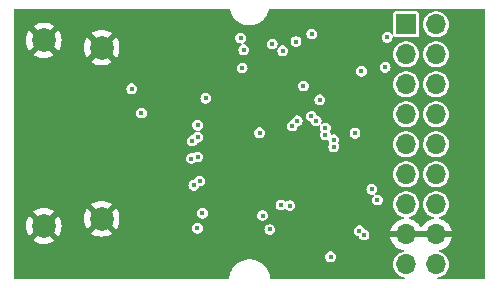
<source format=gbr>
G04 #@! TF.GenerationSoftware,KiCad,Pcbnew,7.0.6+dfsg-1*
G04 #@! TF.CreationDate,2023-08-23T13:02:17+02:00*
G04 #@! TF.ProjectId,GPDI_ULX3S,47504449-5f55-44c5-9833-532e6b696361,1.6*
G04 #@! TF.SameCoordinates,Original*
G04 #@! TF.FileFunction,Copper,L3,Inr*
G04 #@! TF.FilePolarity,Positive*
%FSLAX46Y46*%
G04 Gerber Fmt 4.6, Leading zero omitted, Abs format (unit mm)*
G04 Created by KiCad (PCBNEW 7.0.6+dfsg-1) date 2023-08-23 13:02:17*
%MOMM*%
%LPD*%
G01*
G04 APERTURE LIST*
G04 #@! TA.AperFunction,ComponentPad*
%ADD10R,1.700000X1.700000*%
G04 #@! TD*
G04 #@! TA.AperFunction,ComponentPad*
%ADD11O,1.700000X1.700000*%
G04 #@! TD*
G04 #@! TA.AperFunction,ComponentPad*
%ADD12C,2.000000*%
G04 #@! TD*
G04 #@! TA.AperFunction,ViaPad*
%ADD13C,0.400000*%
G04 #@! TD*
G04 APERTURE END LIST*
D10*
X143764000Y-67310000D03*
D11*
X146304000Y-67310000D03*
X143764000Y-69850000D03*
X146304000Y-69850000D03*
X143764000Y-72390000D03*
X146304000Y-72390000D03*
X143764000Y-74930000D03*
X146304000Y-74930000D03*
X143764000Y-77470000D03*
X146304000Y-77470000D03*
X143764000Y-80010000D03*
X146304000Y-80010000D03*
X143764000Y-82550000D03*
X146304000Y-82550000D03*
X143764000Y-85090000D03*
X146304000Y-85090000D03*
X143764000Y-87630000D03*
X146304000Y-87630000D03*
D12*
X113069740Y-68670140D03*
X117969740Y-69270140D03*
X117969740Y-83770140D03*
X113069740Y-84370140D03*
D13*
X135052460Y-72525180D03*
X139902460Y-71985180D03*
X115392460Y-80555180D03*
X115362460Y-77085180D03*
X115392460Y-73205180D03*
X141622460Y-83605180D03*
X142022460Y-81135180D03*
X138402460Y-80675180D03*
X124652460Y-70035180D03*
X121522460Y-69955180D03*
X121502460Y-85535180D03*
X124952460Y-83505180D03*
X127582460Y-83985180D03*
X129112460Y-85165180D03*
X131175960Y-84135180D03*
X136642460Y-79115180D03*
X139032460Y-79505180D03*
X142262460Y-78825180D03*
X142142460Y-75925180D03*
X141532460Y-73755180D03*
X129582460Y-73125180D03*
X129532460Y-70275180D03*
X130672460Y-69025180D03*
X128842460Y-68255180D03*
X149342460Y-84585180D03*
X149342460Y-81585180D03*
X149342460Y-75585180D03*
X149342460Y-78585180D03*
X149342460Y-72585180D03*
X149342460Y-69585180D03*
X111412460Y-88205180D03*
X111422460Y-84585180D03*
X111422460Y-81585180D03*
X111422460Y-78585180D03*
X111422460Y-75585180D03*
X111422460Y-72585180D03*
X111422460Y-69585180D03*
X149382460Y-88145180D03*
X139532460Y-88185180D03*
X135872460Y-88185180D03*
X132362460Y-88205180D03*
X126362460Y-88205180D03*
X123362460Y-88205180D03*
X120362460Y-88205180D03*
X117362460Y-88205180D03*
X114362460Y-88205180D03*
X149372460Y-66585180D03*
X147422460Y-66585180D03*
X141422460Y-66585180D03*
X138422460Y-66585180D03*
X135422460Y-66585180D03*
X132422460Y-66585180D03*
X126422460Y-66585180D03*
X123422460Y-66585180D03*
X120422460Y-66585180D03*
X117422460Y-66585180D03*
X114422460Y-66585180D03*
X111422460Y-66585180D03*
X144982460Y-69315180D03*
X145022460Y-71085180D03*
X145072460Y-73875180D03*
X145082460Y-79055180D03*
X145102460Y-77075180D03*
X135412460Y-74545180D03*
X134942460Y-74995180D03*
X131602460Y-83495180D03*
X126508960Y-83305180D03*
X126082460Y-84585180D03*
X120522460Y-72770140D03*
X128642460Y-83995180D03*
X132412460Y-86655180D03*
X132212460Y-84675000D03*
X135103240Y-79802960D03*
X135883020Y-79828360D03*
X133452460Y-80405180D03*
X133942460Y-79785180D03*
X130913580Y-73444200D03*
X132569660Y-74119840D03*
X134281620Y-73416260D03*
X117563340Y-73258780D03*
X138652460Y-73705180D03*
X137974780Y-84437320D03*
X139112460Y-75635180D03*
X117578580Y-80767020D03*
X136652460Y-67555180D03*
X117560800Y-76263600D03*
X117568420Y-79263340D03*
X117563340Y-77749500D03*
X141134523Y-84984523D03*
X133565340Y-76482040D03*
X133440000Y-70204818D03*
X136442460Y-73685180D03*
X126095000Y-78535000D03*
X126105000Y-76865000D03*
X131353140Y-76474280D03*
X126786563Y-73556563D03*
X137356020Y-86975009D03*
X139427700Y-76540420D03*
X125775000Y-80935000D03*
X126105000Y-75855000D03*
X126268918Y-80578515D03*
X139965840Y-71291550D03*
X141973438Y-70936158D03*
X137625000Y-77671000D03*
X136925000Y-76671000D03*
X136134304Y-75484304D03*
X134115696Y-75884304D03*
X139788340Y-84772600D03*
X137625000Y-77079000D03*
X136925000Y-76079000D03*
X135715696Y-75065696D03*
X134534304Y-75465696D03*
X140189167Y-85135249D03*
X141325000Y-82175000D03*
X140845000Y-81284490D03*
X142152460Y-68415180D03*
X133907610Y-82646842D03*
X133162460Y-82595180D03*
X130002460Y-69465180D03*
X133304500Y-69545180D03*
X134432460Y-68765180D03*
X135775140Y-68125440D03*
X129742460Y-68475180D03*
X132411890Y-68965272D03*
X125579580Y-78671520D03*
X125645620Y-77162760D03*
X129872460Y-71015180D03*
X121347940Y-74815800D03*
G04 #@! TA.AperFunction,Conductor*
G36*
X128822392Y-66018806D02*
G01*
X128838981Y-66052719D01*
X128839714Y-66052573D01*
X128840158Y-66054797D01*
X128904822Y-66288590D01*
X129002489Y-66510649D01*
X129131105Y-66716309D01*
X129131105Y-66716310D01*
X129288003Y-66901312D01*
X129288008Y-66901317D01*
X129288907Y-66902110D01*
X129469911Y-67061792D01*
X129673030Y-67194401D01*
X129893123Y-67296374D01*
X129893124Y-67296374D01*
X129893130Y-67296377D01*
X130125621Y-67365593D01*
X130281879Y-67388385D01*
X130365647Y-67400605D01*
X130365649Y-67400605D01*
X130365656Y-67400606D01*
X130607663Y-67400685D01*
X130608224Y-67400686D01*
X130608224Y-67400685D01*
X130608231Y-67400686D01*
X130848290Y-67365833D01*
X131080827Y-67296771D01*
X131300994Y-67194942D01*
X131504202Y-67062467D01*
X131686213Y-66902110D01*
X131843235Y-66717212D01*
X131971992Y-66511629D01*
X132069801Y-66289646D01*
X132134622Y-66055892D01*
X132134709Y-66055198D01*
X132134789Y-66055057D01*
X132135069Y-66053664D01*
X132135530Y-66053756D01*
X132158386Y-66013637D01*
X132196720Y-66000500D01*
X150357000Y-66000500D01*
X150401194Y-66018806D01*
X150419500Y-66063000D01*
X150419500Y-88787000D01*
X150401194Y-88831194D01*
X150357000Y-88849500D01*
X146465636Y-88849500D01*
X146421442Y-88831194D01*
X146403136Y-88787000D01*
X146421442Y-88742806D01*
X146454152Y-88725564D01*
X146485108Y-88719777D01*
X146607556Y-88696888D01*
X146798427Y-88622944D01*
X146972462Y-88515186D01*
X147123732Y-88377285D01*
X147247088Y-88213935D01*
X147338328Y-88030701D01*
X147394345Y-87833821D01*
X147406647Y-87701061D01*
X147413232Y-87630004D01*
X147413232Y-87629995D01*
X147394346Y-87426186D01*
X147394344Y-87426174D01*
X147364712Y-87322030D01*
X147338328Y-87229299D01*
X147247088Y-87046065D01*
X147247085Y-87046061D01*
X147247084Y-87046059D01*
X147123740Y-86882724D01*
X147123735Y-86882719D01*
X147123732Y-86882715D01*
X147028834Y-86796204D01*
X146972466Y-86744817D01*
X146972463Y-86744815D01*
X146972462Y-86744814D01*
X146798427Y-86637056D01*
X146798425Y-86637055D01*
X146607553Y-86563111D01*
X146539422Y-86550375D01*
X146499344Y-86524260D01*
X146489471Y-86477454D01*
X146515586Y-86437376D01*
X146540620Y-86427291D01*
X146638512Y-86410956D01*
X146851371Y-86337881D01*
X146851372Y-86337880D01*
X147049300Y-86230768D01*
X147049302Y-86230767D01*
X147226895Y-86092541D01*
X147226898Y-86092538D01*
X147379322Y-85926962D01*
X147379325Y-85926957D01*
X147502414Y-85738557D01*
X147502416Y-85738554D01*
X147592820Y-85532455D01*
X147592821Y-85532451D01*
X147640543Y-85344000D01*
X146735116Y-85344000D01*
X146763493Y-85299844D01*
X146804000Y-85161889D01*
X146804000Y-85018111D01*
X146763493Y-84880156D01*
X146735116Y-84836000D01*
X147640543Y-84836000D01*
X147592821Y-84647548D01*
X147592820Y-84647544D01*
X147502416Y-84441445D01*
X147502414Y-84441442D01*
X147379325Y-84253042D01*
X147379322Y-84253037D01*
X147226898Y-84087461D01*
X147226895Y-84087458D01*
X147049302Y-83949232D01*
X147049300Y-83949231D01*
X146851372Y-83842119D01*
X146851371Y-83842118D01*
X146638512Y-83769043D01*
X146540620Y-83752708D01*
X146500041Y-83727377D01*
X146489259Y-83680773D01*
X146514590Y-83640194D01*
X146539422Y-83629624D01*
X146607556Y-83616888D01*
X146798427Y-83542944D01*
X146972462Y-83435186D01*
X147123732Y-83297285D01*
X147127312Y-83292545D01*
X147236346Y-83148160D01*
X147247088Y-83133935D01*
X147338328Y-82950701D01*
X147394345Y-82753821D01*
X147405865Y-82629500D01*
X147413232Y-82550004D01*
X147413232Y-82549995D01*
X147394346Y-82346186D01*
X147394344Y-82346174D01*
X147361051Y-82229163D01*
X147338328Y-82149299D01*
X147247088Y-81966065D01*
X147247085Y-81966061D01*
X147247084Y-81966059D01*
X147123740Y-81802724D01*
X147123735Y-81802719D01*
X147123732Y-81802715D01*
X147013440Y-81702170D01*
X146972466Y-81664817D01*
X146972463Y-81664815D01*
X146972462Y-81664814D01*
X146798427Y-81557056D01*
X146798425Y-81557055D01*
X146735647Y-81532735D01*
X146607556Y-81483112D01*
X146607553Y-81483111D01*
X146607552Y-81483111D01*
X146406351Y-81445500D01*
X146406347Y-81445500D01*
X146201653Y-81445500D01*
X146201648Y-81445500D01*
X146000447Y-81483111D01*
X145809574Y-81557055D01*
X145635533Y-81664817D01*
X145484266Y-81802717D01*
X145484259Y-81802724D01*
X145360915Y-81966059D01*
X145360912Y-81966065D01*
X145269672Y-82149298D01*
X145213655Y-82346174D01*
X145213653Y-82346186D01*
X145194768Y-82549995D01*
X145194768Y-82550004D01*
X145213653Y-82753813D01*
X145213655Y-82753825D01*
X145260418Y-82918177D01*
X145269672Y-82950701D01*
X145360912Y-83133935D01*
X145360913Y-83133936D01*
X145360915Y-83133940D01*
X145484259Y-83297275D01*
X145484264Y-83297280D01*
X145484268Y-83297285D01*
X145544859Y-83352521D01*
X145635533Y-83435182D01*
X145635534Y-83435183D01*
X145635538Y-83435186D01*
X145809573Y-83542944D01*
X146000444Y-83616888D01*
X146059637Y-83627953D01*
X146068576Y-83629624D01*
X146108654Y-83655739D01*
X146118528Y-83702544D01*
X146092413Y-83742622D01*
X146067379Y-83752708D01*
X145969487Y-83769043D01*
X145756628Y-83842118D01*
X145756627Y-83842119D01*
X145558699Y-83949231D01*
X145558697Y-83949232D01*
X145381104Y-84087458D01*
X145381101Y-84087461D01*
X145228677Y-84253037D01*
X145228674Y-84253042D01*
X145105585Y-84441442D01*
X145105580Y-84441451D01*
X145091235Y-84474155D01*
X145056718Y-84507273D01*
X145008893Y-84506283D01*
X144976765Y-84474155D01*
X144962419Y-84441451D01*
X144962414Y-84441442D01*
X144839325Y-84253042D01*
X144839322Y-84253037D01*
X144686898Y-84087461D01*
X144686895Y-84087458D01*
X144509302Y-83949232D01*
X144509300Y-83949231D01*
X144311372Y-83842119D01*
X144311371Y-83842118D01*
X144098512Y-83769043D01*
X144000620Y-83752708D01*
X143960041Y-83727377D01*
X143949259Y-83680773D01*
X143974590Y-83640194D01*
X143999422Y-83629624D01*
X144067556Y-83616888D01*
X144258427Y-83542944D01*
X144432462Y-83435186D01*
X144583732Y-83297285D01*
X144587312Y-83292545D01*
X144696346Y-83148160D01*
X144707088Y-83133935D01*
X144798328Y-82950701D01*
X144854345Y-82753821D01*
X144865865Y-82629500D01*
X144873232Y-82550004D01*
X144873232Y-82549995D01*
X144854346Y-82346186D01*
X144854344Y-82346174D01*
X144821051Y-82229163D01*
X144798328Y-82149299D01*
X144707088Y-81966065D01*
X144707085Y-81966061D01*
X144707084Y-81966059D01*
X144583740Y-81802724D01*
X144583735Y-81802719D01*
X144583732Y-81802715D01*
X144473440Y-81702170D01*
X144432466Y-81664817D01*
X144432463Y-81664815D01*
X144432462Y-81664814D01*
X144258427Y-81557056D01*
X144258425Y-81557055D01*
X144195647Y-81532735D01*
X144067556Y-81483112D01*
X144067553Y-81483111D01*
X144067552Y-81483111D01*
X143866351Y-81445500D01*
X143866347Y-81445500D01*
X143661653Y-81445500D01*
X143661648Y-81445500D01*
X143460447Y-81483111D01*
X143269574Y-81557055D01*
X143095533Y-81664817D01*
X142944266Y-81802717D01*
X142944259Y-81802724D01*
X142820915Y-81966059D01*
X142820912Y-81966065D01*
X142729672Y-82149298D01*
X142673655Y-82346174D01*
X142673653Y-82346186D01*
X142654768Y-82549995D01*
X142654768Y-82550004D01*
X142673653Y-82753813D01*
X142673655Y-82753825D01*
X142720418Y-82918177D01*
X142729672Y-82950701D01*
X142820912Y-83133935D01*
X142820913Y-83133936D01*
X142820915Y-83133940D01*
X142944259Y-83297275D01*
X142944264Y-83297280D01*
X142944268Y-83297285D01*
X143004859Y-83352521D01*
X143095533Y-83435182D01*
X143095534Y-83435183D01*
X143095538Y-83435186D01*
X143269573Y-83542944D01*
X143460444Y-83616888D01*
X143519637Y-83627953D01*
X143528576Y-83629624D01*
X143568654Y-83655739D01*
X143578528Y-83702544D01*
X143552413Y-83742622D01*
X143527379Y-83752708D01*
X143429487Y-83769043D01*
X143216628Y-83842118D01*
X143216627Y-83842119D01*
X143018699Y-83949231D01*
X143018697Y-83949232D01*
X142841104Y-84087458D01*
X142841101Y-84087461D01*
X142688677Y-84253037D01*
X142688674Y-84253042D01*
X142565585Y-84441442D01*
X142565583Y-84441445D01*
X142475179Y-84647544D01*
X142475178Y-84647548D01*
X142427457Y-84836000D01*
X143332884Y-84836000D01*
X143304507Y-84880156D01*
X143264000Y-85018111D01*
X143264000Y-85161889D01*
X143304507Y-85299844D01*
X143332884Y-85344000D01*
X142427457Y-85344000D01*
X142475178Y-85532451D01*
X142475179Y-85532455D01*
X142565583Y-85738554D01*
X142565585Y-85738557D01*
X142688674Y-85926957D01*
X142688677Y-85926962D01*
X142841101Y-86092538D01*
X142841104Y-86092541D01*
X143018697Y-86230767D01*
X143018699Y-86230768D01*
X143216627Y-86337880D01*
X143216628Y-86337881D01*
X143429487Y-86410956D01*
X143527379Y-86427291D01*
X143567957Y-86452621D01*
X143578740Y-86499226D01*
X143553410Y-86539804D01*
X143528577Y-86550375D01*
X143460446Y-86563111D01*
X143269574Y-86637055D01*
X143095533Y-86744817D01*
X142944266Y-86882717D01*
X142944259Y-86882724D01*
X142820915Y-87046059D01*
X142820912Y-87046065D01*
X142729672Y-87229298D01*
X142673655Y-87426174D01*
X142673653Y-87426186D01*
X142654768Y-87629995D01*
X142654768Y-87630004D01*
X142673653Y-87833813D01*
X142673655Y-87833825D01*
X142729671Y-88030701D01*
X142729672Y-88030701D01*
X142820912Y-88213935D01*
X142820913Y-88213936D01*
X142820915Y-88213940D01*
X142944259Y-88377275D01*
X142944264Y-88377280D01*
X142944268Y-88377285D01*
X143035674Y-88460613D01*
X143095533Y-88515182D01*
X143095534Y-88515183D01*
X143095538Y-88515186D01*
X143269573Y-88622944D01*
X143460444Y-88696888D01*
X143575174Y-88718334D01*
X143613848Y-88725564D01*
X143653926Y-88751679D01*
X143663800Y-88798484D01*
X143637685Y-88838562D01*
X143602364Y-88849500D01*
X132287556Y-88849500D01*
X132243362Y-88831194D01*
X132225692Y-88795895D01*
X132210013Y-88686853D01*
X132191353Y-88557069D01*
X132121776Y-88320109D01*
X132064882Y-88195530D01*
X132019187Y-88095470D01*
X131981925Y-88037489D01*
X131885665Y-87887704D01*
X131885664Y-87887702D01*
X131723938Y-87701061D01*
X131537297Y-87539335D01*
X131329529Y-87405812D01*
X131146070Y-87322030D01*
X131104891Y-87303224D01*
X131025904Y-87280031D01*
X130867933Y-87233647D01*
X130623484Y-87198500D01*
X130623482Y-87198500D01*
X130376518Y-87198500D01*
X130376516Y-87198500D01*
X130132066Y-87233647D01*
X129895109Y-87303224D01*
X129670470Y-87405812D01*
X129462702Y-87539335D01*
X129276061Y-87701061D01*
X129114335Y-87887702D01*
X128980812Y-88095470D01*
X128878224Y-88320109D01*
X128808647Y-88557066D01*
X128774308Y-88795895D01*
X128749899Y-88837034D01*
X128712444Y-88849500D01*
X110638000Y-88849500D01*
X110593806Y-88831194D01*
X110575500Y-88787000D01*
X110575500Y-86975008D01*
X136896846Y-86975008D01*
X136915445Y-87104371D01*
X136915446Y-87104373D01*
X136969738Y-87223257D01*
X136978741Y-87233647D01*
X137039029Y-87303224D01*
X137055325Y-87322030D01*
X137165272Y-87392688D01*
X137165274Y-87392688D01*
X137165275Y-87392689D01*
X137290670Y-87429508D01*
X137290672Y-87429509D01*
X137290673Y-87429509D01*
X137421368Y-87429509D01*
X137421368Y-87429508D01*
X137546768Y-87392688D01*
X137656715Y-87322030D01*
X137742302Y-87223257D01*
X137796594Y-87104373D01*
X137815194Y-86975009D01*
X137796594Y-86845645D01*
X137742302Y-86726761D01*
X137678111Y-86652681D01*
X137656716Y-86627989D01*
X137656715Y-86627988D01*
X137546768Y-86557330D01*
X137546766Y-86557329D01*
X137546764Y-86557328D01*
X137421369Y-86520509D01*
X137421367Y-86520509D01*
X137290673Y-86520509D01*
X137290671Y-86520509D01*
X137165275Y-86557328D01*
X137055323Y-86627989D01*
X136969740Y-86726758D01*
X136969737Y-86726763D01*
X136915446Y-86845643D01*
X136915445Y-86845646D01*
X136896846Y-86975008D01*
X110575500Y-86975008D01*
X110575500Y-84370144D01*
X111557077Y-84370144D01*
X111575698Y-84606766D01*
X111575699Y-84606770D01*
X111631110Y-84837572D01*
X111721948Y-85056876D01*
X111836636Y-85244031D01*
X111836636Y-85244032D01*
X112465805Y-84614862D01*
X112476928Y-84649096D01*
X112564926Y-84787759D01*
X112684643Y-84900180D01*
X112822900Y-84976188D01*
X112195846Y-85603241D01*
X112195847Y-85603242D01*
X112383003Y-85717931D01*
X112602307Y-85808769D01*
X112833109Y-85864180D01*
X112833113Y-85864181D01*
X113069736Y-85882803D01*
X113069744Y-85882803D01*
X113306366Y-85864181D01*
X113306370Y-85864180D01*
X113537172Y-85808769D01*
X113756479Y-85717930D01*
X113943631Y-85603241D01*
X113943632Y-85603241D01*
X113313221Y-84972831D01*
X113385369Y-84944266D01*
X113518232Y-84847735D01*
X113622915Y-84721195D01*
X113673181Y-84614372D01*
X114302841Y-85244032D01*
X114302841Y-85244031D01*
X114417530Y-85056879D01*
X114508369Y-84837572D01*
X114563780Y-84606770D01*
X114563781Y-84606766D01*
X114582403Y-84370144D01*
X114582403Y-84370135D01*
X114563781Y-84133513D01*
X114563780Y-84133509D01*
X114508369Y-83902707D01*
X114453460Y-83770144D01*
X116457077Y-83770144D01*
X116475698Y-84006766D01*
X116475699Y-84006770D01*
X116531110Y-84237572D01*
X116621948Y-84456876D01*
X116736636Y-84644031D01*
X116736636Y-84644032D01*
X117365805Y-84014862D01*
X117376928Y-84049096D01*
X117464926Y-84187759D01*
X117584643Y-84300180D01*
X117722900Y-84376188D01*
X117095846Y-85003241D01*
X117095847Y-85003242D01*
X117283003Y-85117931D01*
X117502307Y-85208769D01*
X117733109Y-85264180D01*
X117733113Y-85264181D01*
X117969736Y-85282803D01*
X117969744Y-85282803D01*
X118206366Y-85264181D01*
X118206370Y-85264180D01*
X118437172Y-85208769D01*
X118656479Y-85117930D01*
X118843631Y-85003241D01*
X118843632Y-85003241D01*
X118213221Y-84372831D01*
X118285369Y-84344266D01*
X118418232Y-84247735D01*
X118522915Y-84121195D01*
X118573182Y-84014372D01*
X119202841Y-84644031D01*
X119238906Y-84585180D01*
X125623286Y-84585180D01*
X125641885Y-84714542D01*
X125641886Y-84714545D01*
X125662280Y-84759202D01*
X125696178Y-84833428D01*
X125696180Y-84833430D01*
X125774004Y-84923245D01*
X125781765Y-84932201D01*
X125891712Y-85002859D01*
X125891714Y-85002859D01*
X125891715Y-85002860D01*
X126017110Y-85039679D01*
X126017112Y-85039680D01*
X126017113Y-85039680D01*
X126147808Y-85039680D01*
X126147808Y-85039679D01*
X126273208Y-85002859D01*
X126383155Y-84932201D01*
X126468742Y-84833428D01*
X126523034Y-84714544D01*
X126528720Y-84675000D01*
X131753286Y-84675000D01*
X131771885Y-84804362D01*
X131771886Y-84804365D01*
X131787051Y-84837572D01*
X131826178Y-84923248D01*
X131826180Y-84923250D01*
X131910748Y-85020848D01*
X131911765Y-85022021D01*
X132021712Y-85092679D01*
X132113461Y-85119619D01*
X132147110Y-85129499D01*
X132147112Y-85129500D01*
X132147113Y-85129500D01*
X132277808Y-85129500D01*
X132277808Y-85129499D01*
X132403208Y-85092679D01*
X132513155Y-85022021D01*
X132598742Y-84923248D01*
X132653034Y-84804364D01*
X132657601Y-84772600D01*
X139329166Y-84772600D01*
X139347765Y-84901962D01*
X139347766Y-84901965D01*
X139367084Y-84944266D01*
X139402058Y-85020848D01*
X139418375Y-85039679D01*
X139486180Y-85117931D01*
X139487645Y-85119621D01*
X139597592Y-85190279D01*
X139597594Y-85190279D01*
X139597595Y-85190280D01*
X139706208Y-85222172D01*
X139743455Y-85252187D01*
X139748565Y-85264521D01*
X139748590Y-85264607D01*
X139748593Y-85264613D01*
X139802885Y-85383497D01*
X139888472Y-85482270D01*
X139998419Y-85552928D01*
X139998421Y-85552928D01*
X139998422Y-85552929D01*
X140123817Y-85589748D01*
X140123819Y-85589749D01*
X140123820Y-85589749D01*
X140254515Y-85589749D01*
X140254515Y-85589748D01*
X140379915Y-85552928D01*
X140489862Y-85482270D01*
X140575449Y-85383497D01*
X140629741Y-85264613D01*
X140648341Y-85135249D01*
X140629741Y-85005885D01*
X140575449Y-84887001D01*
X140489862Y-84788228D01*
X140379915Y-84717570D01*
X140379913Y-84717569D01*
X140379911Y-84717568D01*
X140271297Y-84685676D01*
X140234051Y-84655661D01*
X140228938Y-84643318D01*
X140228913Y-84643234D01*
X140174622Y-84524352D01*
X140090053Y-84426754D01*
X140089036Y-84425580D01*
X140089035Y-84425579D01*
X139979088Y-84354921D01*
X139979086Y-84354920D01*
X139979084Y-84354919D01*
X139853689Y-84318100D01*
X139853687Y-84318100D01*
X139722993Y-84318100D01*
X139722991Y-84318100D01*
X139597595Y-84354919D01*
X139487643Y-84425580D01*
X139402060Y-84524349D01*
X139402057Y-84524354D01*
X139347766Y-84643234D01*
X139347765Y-84643237D01*
X139329166Y-84772600D01*
X132657601Y-84772600D01*
X132671634Y-84675000D01*
X132653034Y-84545636D01*
X132598742Y-84426752D01*
X132520910Y-84336929D01*
X132513156Y-84327980D01*
X132513155Y-84327979D01*
X132403208Y-84257321D01*
X132403206Y-84257320D01*
X132403204Y-84257319D01*
X132277809Y-84220500D01*
X132277807Y-84220500D01*
X132147113Y-84220500D01*
X132147111Y-84220500D01*
X132021715Y-84257319D01*
X131911763Y-84327980D01*
X131826180Y-84426749D01*
X131826177Y-84426754D01*
X131771886Y-84545634D01*
X131771885Y-84545637D01*
X131753286Y-84675000D01*
X126528720Y-84675000D01*
X126541634Y-84585180D01*
X126523034Y-84455816D01*
X126468742Y-84336932D01*
X126383155Y-84238159D01*
X126273208Y-84167501D01*
X126273206Y-84167500D01*
X126273204Y-84167499D01*
X126147809Y-84130680D01*
X126147807Y-84130680D01*
X126017113Y-84130680D01*
X126017111Y-84130680D01*
X125891715Y-84167499D01*
X125781763Y-84238160D01*
X125696180Y-84336929D01*
X125696177Y-84336934D01*
X125641886Y-84455814D01*
X125641885Y-84455817D01*
X125623286Y-84585180D01*
X119238906Y-84585180D01*
X119317530Y-84456879D01*
X119408369Y-84237572D01*
X119463780Y-84006770D01*
X119463781Y-84006766D01*
X119482403Y-83770144D01*
X119482403Y-83770135D01*
X119463781Y-83533513D01*
X119463780Y-83533509D01*
X119408963Y-83305180D01*
X126049786Y-83305180D01*
X126068385Y-83434542D01*
X126068386Y-83434544D01*
X126122678Y-83553428D01*
X126208265Y-83652201D01*
X126318212Y-83722859D01*
X126388270Y-83743430D01*
X126443610Y-83759679D01*
X126443612Y-83759680D01*
X126443613Y-83759680D01*
X126574308Y-83759680D01*
X126574308Y-83759679D01*
X126699708Y-83722859D01*
X126809655Y-83652201D01*
X126895242Y-83553428D01*
X126921843Y-83495180D01*
X131143286Y-83495180D01*
X131161885Y-83624542D01*
X131161886Y-83624544D01*
X131216178Y-83743428D01*
X131301765Y-83842201D01*
X131411712Y-83912859D01*
X131535587Y-83949232D01*
X131537110Y-83949679D01*
X131537112Y-83949680D01*
X131537113Y-83949680D01*
X131667808Y-83949680D01*
X131667808Y-83949679D01*
X131793208Y-83912859D01*
X131903155Y-83842201D01*
X131988742Y-83743428D01*
X132043034Y-83624544D01*
X132061634Y-83495180D01*
X132043034Y-83365816D01*
X131988742Y-83246932D01*
X131903155Y-83148159D01*
X131793208Y-83077501D01*
X131793206Y-83077500D01*
X131793204Y-83077499D01*
X131667809Y-83040680D01*
X131667807Y-83040680D01*
X131537113Y-83040680D01*
X131537111Y-83040680D01*
X131411715Y-83077499D01*
X131301763Y-83148160D01*
X131216180Y-83246929D01*
X131216177Y-83246934D01*
X131161886Y-83365814D01*
X131161885Y-83365817D01*
X131143286Y-83495180D01*
X126921843Y-83495180D01*
X126949534Y-83434544D01*
X126968134Y-83305180D01*
X126949534Y-83175816D01*
X126895242Y-83056932D01*
X126809655Y-82958159D01*
X126699708Y-82887501D01*
X126699706Y-82887500D01*
X126699704Y-82887499D01*
X126574309Y-82850680D01*
X126574307Y-82850680D01*
X126443613Y-82850680D01*
X126443611Y-82850680D01*
X126318215Y-82887499D01*
X126208263Y-82958160D01*
X126122680Y-83056929D01*
X126122677Y-83056934D01*
X126068386Y-83175814D01*
X126068385Y-83175817D01*
X126049786Y-83305180D01*
X119408963Y-83305180D01*
X119408369Y-83302707D01*
X119317531Y-83083403D01*
X119202842Y-82896247D01*
X119202842Y-82896246D01*
X118573673Y-83525414D01*
X118562552Y-83491184D01*
X118474554Y-83352521D01*
X118354837Y-83240100D01*
X118216577Y-83164090D01*
X118785488Y-82595180D01*
X132703286Y-82595180D01*
X132721885Y-82724542D01*
X132721886Y-82724545D01*
X132735256Y-82753821D01*
X132776178Y-82843428D01*
X132861765Y-82942201D01*
X132971712Y-83012859D01*
X132971714Y-83012859D01*
X132971715Y-83012860D01*
X133097110Y-83049679D01*
X133097112Y-83049680D01*
X133097113Y-83049680D01*
X133227808Y-83049680D01*
X133227808Y-83049679D01*
X133353208Y-83012859D01*
X133463155Y-82942201D01*
X133465414Y-82939593D01*
X133508186Y-82918177D01*
X133553575Y-82933278D01*
X133559876Y-82939577D01*
X133606915Y-82993863D01*
X133716862Y-83064521D01*
X133716864Y-83064521D01*
X133716865Y-83064522D01*
X133842260Y-83101341D01*
X133842262Y-83101342D01*
X133842263Y-83101342D01*
X133972958Y-83101342D01*
X133972958Y-83101341D01*
X134098358Y-83064521D01*
X134208305Y-82993863D01*
X134293892Y-82895090D01*
X134348184Y-82776206D01*
X134366784Y-82646842D01*
X134348184Y-82517478D01*
X134293892Y-82398594D01*
X134210574Y-82302439D01*
X134208306Y-82299822D01*
X134208305Y-82299821D01*
X134098358Y-82229163D01*
X134098356Y-82229162D01*
X134098354Y-82229161D01*
X133972959Y-82192342D01*
X133972957Y-82192342D01*
X133842263Y-82192342D01*
X133842261Y-82192342D01*
X133716865Y-82229161D01*
X133606911Y-82299823D01*
X133604645Y-82302439D01*
X133561867Y-82323844D01*
X133516481Y-82308731D01*
X133510183Y-82302432D01*
X133463156Y-82248160D01*
X133463155Y-82248159D01*
X133353208Y-82177501D01*
X133353206Y-82177500D01*
X133353204Y-82177499D01*
X133227809Y-82140680D01*
X133227807Y-82140680D01*
X133097113Y-82140680D01*
X133097111Y-82140680D01*
X132971715Y-82177499D01*
X132861763Y-82248160D01*
X132776180Y-82346929D01*
X132776177Y-82346934D01*
X132721886Y-82465814D01*
X132721885Y-82465817D01*
X132703286Y-82595180D01*
X118785488Y-82595180D01*
X118843632Y-82537036D01*
X118656476Y-82422348D01*
X118437172Y-82331510D01*
X118206370Y-82276099D01*
X118206366Y-82276098D01*
X117969744Y-82257477D01*
X117969736Y-82257477D01*
X117733113Y-82276098D01*
X117733109Y-82276099D01*
X117502307Y-82331510D01*
X117283003Y-82422348D01*
X117095847Y-82537036D01*
X117095846Y-82537036D01*
X117726258Y-83167448D01*
X117654111Y-83196014D01*
X117521248Y-83292545D01*
X117416565Y-83419085D01*
X117366297Y-83525907D01*
X116736636Y-82896246D01*
X116736636Y-82896247D01*
X116621948Y-83083403D01*
X116531110Y-83302707D01*
X116475699Y-83533509D01*
X116475698Y-83533513D01*
X116457077Y-83770135D01*
X116457077Y-83770144D01*
X114453460Y-83770144D01*
X114417531Y-83683403D01*
X114302842Y-83496247D01*
X114302841Y-83496246D01*
X113673673Y-84125413D01*
X113662552Y-84091184D01*
X113574554Y-83952521D01*
X113454837Y-83840100D01*
X113316577Y-83764090D01*
X113943632Y-83137036D01*
X113756476Y-83022348D01*
X113537172Y-82931510D01*
X113306370Y-82876099D01*
X113306366Y-82876098D01*
X113069744Y-82857477D01*
X113069736Y-82857477D01*
X112833113Y-82876098D01*
X112833109Y-82876099D01*
X112602307Y-82931510D01*
X112383003Y-83022348D01*
X112195847Y-83137036D01*
X112195846Y-83137036D01*
X112826258Y-83767448D01*
X112754111Y-83796014D01*
X112621248Y-83892545D01*
X112516565Y-84019085D01*
X112466297Y-84125907D01*
X111836636Y-83496246D01*
X111836636Y-83496247D01*
X111721948Y-83683403D01*
X111631110Y-83902707D01*
X111575699Y-84133509D01*
X111575698Y-84133513D01*
X111557077Y-84370135D01*
X111557077Y-84370144D01*
X110575500Y-84370144D01*
X110575500Y-80935000D01*
X125315826Y-80935000D01*
X125334425Y-81064362D01*
X125334426Y-81064364D01*
X125388718Y-81183248D01*
X125474305Y-81282021D01*
X125584252Y-81352679D01*
X125584254Y-81352679D01*
X125584255Y-81352680D01*
X125709650Y-81389499D01*
X125709652Y-81389500D01*
X125709653Y-81389500D01*
X125840348Y-81389500D01*
X125840348Y-81389499D01*
X125965748Y-81352679D01*
X126071855Y-81284489D01*
X140385826Y-81284489D01*
X140404425Y-81413852D01*
X140404426Y-81413854D01*
X140458718Y-81532738D01*
X140544305Y-81631511D01*
X140654252Y-81702169D01*
X140768717Y-81735779D01*
X140779650Y-81738989D01*
X140779652Y-81738990D01*
X140779653Y-81738990D01*
X140910347Y-81738990D01*
X140962382Y-81723711D01*
X141009944Y-81728824D01*
X141039959Y-81766070D01*
X141034846Y-81813632D01*
X141027226Y-81824607D01*
X140938720Y-81926749D01*
X140938717Y-81926754D01*
X140884426Y-82045634D01*
X140884425Y-82045637D01*
X140865826Y-82175000D01*
X140884425Y-82304362D01*
X140884426Y-82304365D01*
X140903866Y-82346932D01*
X140938718Y-82423248D01*
X141024305Y-82522021D01*
X141134252Y-82592679D01*
X141134254Y-82592679D01*
X141134255Y-82592680D01*
X141259650Y-82629499D01*
X141259652Y-82629500D01*
X141259653Y-82629500D01*
X141390348Y-82629500D01*
X141390348Y-82629499D01*
X141515748Y-82592679D01*
X141625695Y-82522021D01*
X141711282Y-82423248D01*
X141765574Y-82304364D01*
X141784174Y-82175000D01*
X141765574Y-82045636D01*
X141711282Y-81926752D01*
X141625695Y-81827979D01*
X141515748Y-81757321D01*
X141515746Y-81757320D01*
X141515744Y-81757319D01*
X141390349Y-81720500D01*
X141390347Y-81720500D01*
X141259653Y-81720500D01*
X141207615Y-81735779D01*
X141160054Y-81730665D01*
X141130039Y-81693417D01*
X141135153Y-81645856D01*
X141142774Y-81634881D01*
X141145692Y-81631512D01*
X141145695Y-81631511D01*
X141231282Y-81532738D01*
X141285574Y-81413854D01*
X141304174Y-81284490D01*
X141285574Y-81155126D01*
X141231282Y-81036242D01*
X141145695Y-80937469D01*
X141035748Y-80866811D01*
X141035746Y-80866810D01*
X141035744Y-80866809D01*
X140910349Y-80829990D01*
X140910347Y-80829990D01*
X140779653Y-80829990D01*
X140779651Y-80829990D01*
X140654255Y-80866809D01*
X140544303Y-80937470D01*
X140458720Y-81036239D01*
X140458717Y-81036244D01*
X140404426Y-81155124D01*
X140404425Y-81155127D01*
X140385826Y-81284489D01*
X126071855Y-81284489D01*
X126075695Y-81282021D01*
X126161282Y-81183248D01*
X126213204Y-81069552D01*
X126248215Y-81036956D01*
X126270057Y-81033015D01*
X126334266Y-81033015D01*
X126334266Y-81033014D01*
X126459666Y-80996194D01*
X126569613Y-80925536D01*
X126655200Y-80826763D01*
X126709492Y-80707879D01*
X126728092Y-80578515D01*
X126709492Y-80449151D01*
X126655200Y-80330267D01*
X126569613Y-80231494D01*
X126459666Y-80160836D01*
X126459664Y-80160835D01*
X126459662Y-80160834D01*
X126334267Y-80124015D01*
X126334265Y-80124015D01*
X126203571Y-80124015D01*
X126203569Y-80124015D01*
X126078173Y-80160834D01*
X125968221Y-80231495D01*
X125882638Y-80330264D01*
X125882635Y-80330269D01*
X125830713Y-80443963D01*
X125795703Y-80476559D01*
X125773861Y-80480500D01*
X125709651Y-80480500D01*
X125584255Y-80517319D01*
X125474303Y-80587980D01*
X125388720Y-80686749D01*
X125388717Y-80686754D01*
X125334426Y-80805634D01*
X125334425Y-80805637D01*
X125315826Y-80935000D01*
X110575500Y-80935000D01*
X110575500Y-80010004D01*
X142654768Y-80010004D01*
X142673653Y-80213813D01*
X142673655Y-80213825D01*
X142706787Y-80330269D01*
X142729672Y-80410701D01*
X142820912Y-80593935D01*
X142820913Y-80593936D01*
X142820915Y-80593940D01*
X142944259Y-80757275D01*
X142944264Y-80757280D01*
X142944268Y-80757285D01*
X143046870Y-80850819D01*
X143095533Y-80895182D01*
X143095534Y-80895183D01*
X143095538Y-80895186D01*
X143269573Y-81002944D01*
X143460444Y-81076888D01*
X143661653Y-81114500D01*
X143661656Y-81114500D01*
X143866344Y-81114500D01*
X143866347Y-81114500D01*
X144067556Y-81076888D01*
X144258427Y-81002944D01*
X144432462Y-80895186D01*
X144583732Y-80757285D01*
X144636995Y-80686754D01*
X144707084Y-80593940D01*
X144707083Y-80593940D01*
X144707088Y-80593935D01*
X144798328Y-80410701D01*
X144854345Y-80213821D01*
X144873232Y-80010004D01*
X145194768Y-80010004D01*
X145213653Y-80213813D01*
X145213655Y-80213825D01*
X145246787Y-80330269D01*
X145269672Y-80410701D01*
X145360912Y-80593935D01*
X145360913Y-80593936D01*
X145360915Y-80593940D01*
X145484259Y-80757275D01*
X145484264Y-80757280D01*
X145484268Y-80757285D01*
X145586870Y-80850819D01*
X145635533Y-80895182D01*
X145635534Y-80895183D01*
X145635538Y-80895186D01*
X145809573Y-81002944D01*
X146000444Y-81076888D01*
X146201653Y-81114500D01*
X146201656Y-81114500D01*
X146406344Y-81114500D01*
X146406347Y-81114500D01*
X146607556Y-81076888D01*
X146798427Y-81002944D01*
X146972462Y-80895186D01*
X147123732Y-80757285D01*
X147176995Y-80686754D01*
X147247084Y-80593940D01*
X147247083Y-80593940D01*
X147247088Y-80593935D01*
X147338328Y-80410701D01*
X147394345Y-80213821D01*
X147413232Y-80010000D01*
X147394345Y-79806179D01*
X147338328Y-79609299D01*
X147247088Y-79426065D01*
X147247085Y-79426061D01*
X147247084Y-79426059D01*
X147123740Y-79262724D01*
X147123735Y-79262719D01*
X147123732Y-79262715D01*
X147028834Y-79176204D01*
X146972466Y-79124817D01*
X146972463Y-79124815D01*
X146972462Y-79124814D01*
X146798427Y-79017056D01*
X146798425Y-79017055D01*
X146742948Y-78995563D01*
X146607556Y-78943112D01*
X146607553Y-78943111D01*
X146607552Y-78943111D01*
X146406351Y-78905500D01*
X146406347Y-78905500D01*
X146201653Y-78905500D01*
X146201648Y-78905500D01*
X146000447Y-78943111D01*
X145809574Y-79017055D01*
X145635533Y-79124817D01*
X145484266Y-79262717D01*
X145484259Y-79262724D01*
X145360915Y-79426059D01*
X145360912Y-79426065D01*
X145269672Y-79609298D01*
X145213655Y-79806174D01*
X145213653Y-79806186D01*
X145194768Y-80009995D01*
X145194768Y-80010004D01*
X144873232Y-80010004D01*
X144873232Y-80010000D01*
X144854345Y-79806179D01*
X144798328Y-79609299D01*
X144707088Y-79426065D01*
X144707085Y-79426061D01*
X144707084Y-79426059D01*
X144583740Y-79262724D01*
X144583735Y-79262719D01*
X144583732Y-79262715D01*
X144488834Y-79176204D01*
X144432466Y-79124817D01*
X144432463Y-79124815D01*
X144432462Y-79124814D01*
X144258427Y-79017056D01*
X144258425Y-79017055D01*
X144202948Y-78995563D01*
X144067556Y-78943112D01*
X144067553Y-78943111D01*
X144067552Y-78943111D01*
X143866351Y-78905500D01*
X143866347Y-78905500D01*
X143661653Y-78905500D01*
X143661648Y-78905500D01*
X143460447Y-78943111D01*
X143269574Y-79017055D01*
X143095533Y-79124817D01*
X142944266Y-79262717D01*
X142944259Y-79262724D01*
X142820915Y-79426059D01*
X142820912Y-79426065D01*
X142729672Y-79609298D01*
X142673655Y-79806174D01*
X142673653Y-79806186D01*
X142654768Y-80009995D01*
X142654768Y-80010004D01*
X110575500Y-80010004D01*
X110575500Y-78671520D01*
X125120406Y-78671520D01*
X125139005Y-78800882D01*
X125139006Y-78800884D01*
X125193298Y-78919768D01*
X125278885Y-79018541D01*
X125388832Y-79089199D01*
X125388834Y-79089199D01*
X125388835Y-79089200D01*
X125514230Y-79126019D01*
X125514232Y-79126020D01*
X125514233Y-79126020D01*
X125644928Y-79126020D01*
X125644928Y-79126019D01*
X125770328Y-79089199D01*
X125880275Y-79018541D01*
X125904329Y-78990780D01*
X125947103Y-78969368D01*
X125969170Y-78971740D01*
X125999301Y-78980588D01*
X126029652Y-78989500D01*
X126029653Y-78989500D01*
X126160348Y-78989500D01*
X126160348Y-78989499D01*
X126285748Y-78952679D01*
X126395695Y-78882021D01*
X126481282Y-78783248D01*
X126535574Y-78664364D01*
X126554174Y-78535000D01*
X126535574Y-78405636D01*
X126481282Y-78286752D01*
X126395695Y-78187979D01*
X126285748Y-78117321D01*
X126285746Y-78117320D01*
X126285744Y-78117319D01*
X126160349Y-78080500D01*
X126160347Y-78080500D01*
X126029653Y-78080500D01*
X126029651Y-78080500D01*
X125904255Y-78117319D01*
X125794303Y-78187980D01*
X125770250Y-78215739D01*
X125727474Y-78237151D01*
X125705408Y-78234778D01*
X125644929Y-78217020D01*
X125644927Y-78217020D01*
X125514233Y-78217020D01*
X125514231Y-78217020D01*
X125388835Y-78253839D01*
X125278883Y-78324500D01*
X125193300Y-78423269D01*
X125193297Y-78423274D01*
X125139006Y-78542154D01*
X125139005Y-78542157D01*
X125120406Y-78671520D01*
X110575500Y-78671520D01*
X110575500Y-77162760D01*
X125186446Y-77162760D01*
X125205045Y-77292122D01*
X125205046Y-77292125D01*
X125221086Y-77327248D01*
X125259338Y-77411008D01*
X125344925Y-77509781D01*
X125454872Y-77580439D01*
X125454874Y-77580439D01*
X125454875Y-77580440D01*
X125580270Y-77617259D01*
X125580272Y-77617260D01*
X125580273Y-77617260D01*
X125710968Y-77617260D01*
X125710968Y-77617259D01*
X125836368Y-77580439D01*
X125946315Y-77509781D01*
X126031902Y-77411008D01*
X126057006Y-77356036D01*
X126092016Y-77323441D01*
X126113858Y-77319500D01*
X126170348Y-77319500D01*
X126170348Y-77319499D01*
X126295748Y-77282679D01*
X126405695Y-77212021D01*
X126491282Y-77113248D01*
X126545574Y-76994364D01*
X126564174Y-76865000D01*
X126545574Y-76735636D01*
X126491282Y-76616752D01*
X126405695Y-76517979D01*
X126337697Y-76474280D01*
X130893966Y-76474280D01*
X130912565Y-76603642D01*
X130912566Y-76603645D01*
X130936248Y-76655500D01*
X130966858Y-76722528D01*
X130986400Y-76745081D01*
X131047625Y-76815739D01*
X131052445Y-76821301D01*
X131162392Y-76891959D01*
X131162394Y-76891959D01*
X131162395Y-76891960D01*
X131287790Y-76928779D01*
X131287792Y-76928780D01*
X131287793Y-76928780D01*
X131418488Y-76928780D01*
X131418488Y-76928779D01*
X131543888Y-76891959D01*
X131653835Y-76821301D01*
X131739422Y-76722528D01*
X131793714Y-76603644D01*
X131812314Y-76474280D01*
X131793714Y-76344916D01*
X131739422Y-76226032D01*
X131653835Y-76127259D01*
X131543888Y-76056601D01*
X131543886Y-76056600D01*
X131543884Y-76056599D01*
X131418489Y-76019780D01*
X131418487Y-76019780D01*
X131287793Y-76019780D01*
X131287791Y-76019780D01*
X131162395Y-76056599D01*
X131052443Y-76127260D01*
X130966860Y-76226029D01*
X130966857Y-76226034D01*
X130912566Y-76344914D01*
X130912565Y-76344917D01*
X130893966Y-76474280D01*
X126337697Y-76474280D01*
X126295748Y-76447321D01*
X126295746Y-76447320D01*
X126295744Y-76447319D01*
X126202594Y-76419968D01*
X126165347Y-76389953D01*
X126160234Y-76342392D01*
X126190249Y-76305145D01*
X126202594Y-76300032D01*
X126273587Y-76279185D01*
X126295748Y-76272679D01*
X126405695Y-76202021D01*
X126491282Y-76103248D01*
X126545574Y-75984364D01*
X126559961Y-75884304D01*
X133656522Y-75884304D01*
X133675121Y-76013666D01*
X133675122Y-76013669D01*
X133694728Y-76056599D01*
X133729414Y-76132552D01*
X133729416Y-76132554D01*
X133810414Y-76226032D01*
X133815001Y-76231325D01*
X133924948Y-76301983D01*
X133924950Y-76301983D01*
X133924951Y-76301984D01*
X133987648Y-76320393D01*
X134020525Y-76330047D01*
X134050346Y-76338803D01*
X134050348Y-76338804D01*
X134050349Y-76338804D01*
X134181044Y-76338804D01*
X134181044Y-76338803D01*
X134306444Y-76301983D01*
X134416391Y-76231325D01*
X134501978Y-76132552D01*
X134556270Y-76013668D01*
X134562673Y-75969132D01*
X134587082Y-75927993D01*
X134606929Y-75918059D01*
X134721888Y-75884304D01*
X134725052Y-75883375D01*
X134834999Y-75812717D01*
X134920586Y-75713944D01*
X134974878Y-75595060D01*
X134993478Y-75465696D01*
X134974878Y-75336332D01*
X134920586Y-75217448D01*
X134834999Y-75118675D01*
X134752561Y-75065696D01*
X135256522Y-75065696D01*
X135275121Y-75195058D01*
X135275122Y-75195061D01*
X135293843Y-75236053D01*
X135329414Y-75313944D01*
X135415001Y-75412717D01*
X135524948Y-75483375D01*
X135524950Y-75483375D01*
X135524951Y-75483376D01*
X135643070Y-75518059D01*
X135680317Y-75548074D01*
X135687326Y-75569132D01*
X135693729Y-75613666D01*
X135693730Y-75613669D01*
X135703954Y-75636056D01*
X135748022Y-75732552D01*
X135748024Y-75732554D01*
X135819624Y-75815186D01*
X135833609Y-75831325D01*
X135943556Y-75901983D01*
X135943558Y-75901983D01*
X135943559Y-75901984D01*
X136068954Y-75938803D01*
X136068956Y-75938804D01*
X136068957Y-75938804D01*
X136199652Y-75938804D01*
X136199652Y-75938803D01*
X136325052Y-75901983D01*
X136402370Y-75852293D01*
X136449444Y-75843800D01*
X136488737Y-75871082D01*
X136497231Y-75918157D01*
X136493012Y-75930833D01*
X136484426Y-75949634D01*
X136484425Y-75949637D01*
X136465826Y-76079000D01*
X136484425Y-76208362D01*
X136484426Y-76208365D01*
X136494911Y-76231323D01*
X136538718Y-76327248D01*
X136538720Y-76327250D01*
X136544632Y-76334074D01*
X136559735Y-76379462D01*
X136544632Y-76415926D01*
X136538720Y-76422749D01*
X136538717Y-76422754D01*
X136484426Y-76541634D01*
X136484425Y-76541637D01*
X136465826Y-76671000D01*
X136484425Y-76800362D01*
X136484426Y-76800365D01*
X136513944Y-76865000D01*
X136538718Y-76919248D01*
X136624305Y-77018021D01*
X136734252Y-77088679D01*
X136817926Y-77113248D01*
X136859650Y-77125499D01*
X136859652Y-77125500D01*
X136859653Y-77125500D01*
X136990347Y-77125500D01*
X137095926Y-77094499D01*
X137143486Y-77099612D01*
X137173501Y-77136858D01*
X137175397Y-77145572D01*
X137184425Y-77208362D01*
X137184426Y-77208364D01*
X137238718Y-77327248D01*
X137238720Y-77327250D01*
X137244632Y-77334074D01*
X137259735Y-77379462D01*
X137244632Y-77415926D01*
X137238720Y-77422749D01*
X137238717Y-77422754D01*
X137184426Y-77541634D01*
X137184425Y-77541637D01*
X137165826Y-77671000D01*
X137184425Y-77800362D01*
X137184426Y-77800364D01*
X137238718Y-77919248D01*
X137324305Y-78018021D01*
X137434252Y-78088679D01*
X137434254Y-78088679D01*
X137434255Y-78088680D01*
X137559650Y-78125499D01*
X137559652Y-78125500D01*
X137559653Y-78125500D01*
X137690348Y-78125500D01*
X137690348Y-78125499D01*
X137815748Y-78088679D01*
X137925695Y-78018021D01*
X138011282Y-77919248D01*
X138065574Y-77800364D01*
X138084174Y-77671000D01*
X138065574Y-77541636D01*
X138032861Y-77470004D01*
X142654768Y-77470004D01*
X142673653Y-77673813D01*
X142673655Y-77673825D01*
X142729671Y-77870701D01*
X142729672Y-77870701D01*
X142820912Y-78053935D01*
X142820913Y-78053936D01*
X142820915Y-78053940D01*
X142944259Y-78217275D01*
X142944264Y-78217280D01*
X142944268Y-78217285D01*
X143020470Y-78286752D01*
X143095533Y-78355182D01*
X143095534Y-78355183D01*
X143095538Y-78355186D01*
X143269573Y-78462944D01*
X143460444Y-78536888D01*
X143661653Y-78574500D01*
X143661656Y-78574500D01*
X143866344Y-78574500D01*
X143866347Y-78574500D01*
X144067556Y-78536888D01*
X144258427Y-78462944D01*
X144432462Y-78355186D01*
X144583732Y-78217285D01*
X144583933Y-78217020D01*
X144707084Y-78053940D01*
X144707083Y-78053940D01*
X144707088Y-78053935D01*
X144798328Y-77870701D01*
X144854345Y-77673821D01*
X144854346Y-77673813D01*
X144873232Y-77470004D01*
X145194768Y-77470004D01*
X145213653Y-77673813D01*
X145213655Y-77673825D01*
X145269672Y-77870701D01*
X145360912Y-78053935D01*
X145360913Y-78053936D01*
X145360915Y-78053940D01*
X145484259Y-78217275D01*
X145484264Y-78217280D01*
X145484268Y-78217285D01*
X145560470Y-78286752D01*
X145635533Y-78355182D01*
X145635534Y-78355183D01*
X145635538Y-78355186D01*
X145809573Y-78462944D01*
X146000444Y-78536888D01*
X146201653Y-78574500D01*
X146201656Y-78574500D01*
X146406344Y-78574500D01*
X146406347Y-78574500D01*
X146607556Y-78536888D01*
X146798427Y-78462944D01*
X146972462Y-78355186D01*
X147123732Y-78217285D01*
X147123933Y-78217020D01*
X147247084Y-78053940D01*
X147247083Y-78053940D01*
X147247088Y-78053935D01*
X147338328Y-77870701D01*
X147394345Y-77673821D01*
X147394346Y-77673813D01*
X147413232Y-77470004D01*
X147413232Y-77469995D01*
X147394346Y-77266186D01*
X147394344Y-77266174D01*
X147357550Y-77136858D01*
X147338328Y-77069299D01*
X147247088Y-76886065D01*
X147247085Y-76886061D01*
X147247084Y-76886059D01*
X147123740Y-76722724D01*
X147123735Y-76722719D01*
X147123732Y-76722715D01*
X147028834Y-76636204D01*
X146972466Y-76584817D01*
X146972463Y-76584815D01*
X146972462Y-76584814D01*
X146798427Y-76477056D01*
X146798425Y-76477055D01*
X146721667Y-76447319D01*
X146607556Y-76403112D01*
X146607553Y-76403111D01*
X146607552Y-76403111D01*
X146406351Y-76365500D01*
X146406347Y-76365500D01*
X146201653Y-76365500D01*
X146201648Y-76365500D01*
X146000447Y-76403111D01*
X146000444Y-76403111D01*
X146000444Y-76403112D01*
X145979938Y-76411056D01*
X145809574Y-76477055D01*
X145635533Y-76584817D01*
X145540203Y-76671723D01*
X145484477Y-76722525D01*
X145484266Y-76722717D01*
X145484259Y-76722724D01*
X145360915Y-76886059D01*
X145360912Y-76886065D01*
X145269672Y-77069298D01*
X145213655Y-77266174D01*
X145213653Y-77266186D01*
X145194768Y-77469995D01*
X145194768Y-77470004D01*
X144873232Y-77470004D01*
X144873232Y-77469995D01*
X144854346Y-77266186D01*
X144854344Y-77266174D01*
X144817550Y-77136858D01*
X144798328Y-77069299D01*
X144707088Y-76886065D01*
X144707085Y-76886061D01*
X144707084Y-76886059D01*
X144583740Y-76722724D01*
X144583735Y-76722719D01*
X144583732Y-76722715D01*
X144488834Y-76636204D01*
X144432466Y-76584817D01*
X144432463Y-76584815D01*
X144432462Y-76584814D01*
X144258427Y-76477056D01*
X144258425Y-76477055D01*
X144181667Y-76447319D01*
X144067556Y-76403112D01*
X144067553Y-76403111D01*
X144067552Y-76403111D01*
X143866351Y-76365500D01*
X143866347Y-76365500D01*
X143661653Y-76365500D01*
X143661648Y-76365500D01*
X143460447Y-76403111D01*
X143460444Y-76403111D01*
X143460444Y-76403112D01*
X143439938Y-76411056D01*
X143269574Y-76477055D01*
X143095533Y-76584817D01*
X143000203Y-76671723D01*
X142944477Y-76722525D01*
X142944266Y-76722717D01*
X142944259Y-76722724D01*
X142820915Y-76886059D01*
X142820912Y-76886065D01*
X142729672Y-77069298D01*
X142673655Y-77266174D01*
X142673653Y-77266186D01*
X142654768Y-77469995D01*
X142654768Y-77470004D01*
X138032861Y-77470004D01*
X138011282Y-77422752D01*
X138005369Y-77415928D01*
X137990262Y-77370544D01*
X138005368Y-77334072D01*
X138011282Y-77327248D01*
X138065574Y-77208364D01*
X138084174Y-77079000D01*
X138065574Y-76949636D01*
X138011282Y-76830752D01*
X137925695Y-76731979D01*
X137815748Y-76661321D01*
X137815746Y-76661320D01*
X137815744Y-76661319D01*
X137690349Y-76624500D01*
X137690347Y-76624500D01*
X137559653Y-76624500D01*
X137559651Y-76624500D01*
X137454074Y-76655500D01*
X137406513Y-76650387D01*
X137376498Y-76613140D01*
X137374602Y-76604427D01*
X137374490Y-76603645D01*
X137365574Y-76541636D01*
X137365018Y-76540419D01*
X138968526Y-76540419D01*
X138987125Y-76669782D01*
X138987126Y-76669785D01*
X139011299Y-76722717D01*
X139041418Y-76788668D01*
X139064875Y-76815739D01*
X139125812Y-76886065D01*
X139127005Y-76887441D01*
X139236952Y-76958099D01*
X139360459Y-76994364D01*
X139362350Y-76994919D01*
X139362352Y-76994920D01*
X139362353Y-76994920D01*
X139493048Y-76994920D01*
X139493048Y-76994919D01*
X139618448Y-76958099D01*
X139728395Y-76887441D01*
X139813982Y-76788668D01*
X139868274Y-76669784D01*
X139886874Y-76540420D01*
X139868274Y-76411056D01*
X139813982Y-76292172D01*
X139741362Y-76208364D01*
X139728396Y-76193400D01*
X139728395Y-76193399D01*
X139618448Y-76122741D01*
X139618446Y-76122740D01*
X139618444Y-76122739D01*
X139493049Y-76085920D01*
X139493047Y-76085920D01*
X139362353Y-76085920D01*
X139362351Y-76085920D01*
X139236955Y-76122739D01*
X139127003Y-76193400D01*
X139041420Y-76292169D01*
X139041417Y-76292174D01*
X138987126Y-76411054D01*
X138987125Y-76411057D01*
X138968526Y-76540419D01*
X137365018Y-76540419D01*
X137311282Y-76422752D01*
X137305369Y-76415928D01*
X137290262Y-76370544D01*
X137305368Y-76334072D01*
X137311282Y-76327248D01*
X137365574Y-76208364D01*
X137384174Y-76079000D01*
X137365574Y-75949636D01*
X137311282Y-75830752D01*
X137225695Y-75731979D01*
X137115748Y-75661321D01*
X137115746Y-75661320D01*
X137115744Y-75661319D01*
X136990349Y-75624500D01*
X136990347Y-75624500D01*
X136859653Y-75624500D01*
X136859651Y-75624500D01*
X136734254Y-75661320D01*
X136656933Y-75711010D01*
X136609858Y-75719503D01*
X136570565Y-75692220D01*
X136562072Y-75645145D01*
X136566289Y-75632473D01*
X136574878Y-75613668D01*
X136593478Y-75484304D01*
X136574878Y-75354940D01*
X136520586Y-75236056D01*
X136434999Y-75137283D01*
X136325052Y-75066625D01*
X136325050Y-75066624D01*
X136325048Y-75066623D01*
X136206928Y-75031940D01*
X136169682Y-75001925D01*
X136162673Y-74980866D01*
X136157540Y-74945164D01*
X136156270Y-74936332D01*
X136153380Y-74930004D01*
X142654768Y-74930004D01*
X142673653Y-75133813D01*
X142673655Y-75133825D01*
X142712486Y-75270299D01*
X142729672Y-75330701D01*
X142820912Y-75513935D01*
X142820913Y-75513936D01*
X142820915Y-75513940D01*
X142944259Y-75677275D01*
X142944264Y-75677280D01*
X142944268Y-75677285D01*
X143046870Y-75770819D01*
X143095533Y-75815182D01*
X143095534Y-75815183D01*
X143095538Y-75815186D01*
X143269573Y-75922944D01*
X143460444Y-75996888D01*
X143661653Y-76034500D01*
X143661656Y-76034500D01*
X143866344Y-76034500D01*
X143866347Y-76034500D01*
X144067556Y-75996888D01*
X144258427Y-75922944D01*
X144432462Y-75815186D01*
X144583732Y-75677285D01*
X144595788Y-75661321D01*
X144702360Y-75520196D01*
X144707088Y-75513935D01*
X144798328Y-75330701D01*
X144854345Y-75133821D01*
X144854346Y-75133813D01*
X144873232Y-74930004D01*
X145194768Y-74930004D01*
X145213653Y-75133813D01*
X145213655Y-75133825D01*
X145252486Y-75270299D01*
X145269672Y-75330701D01*
X145360912Y-75513935D01*
X145360913Y-75513936D01*
X145360915Y-75513940D01*
X145484259Y-75677275D01*
X145484264Y-75677280D01*
X145484268Y-75677285D01*
X145586870Y-75770819D01*
X145635533Y-75815182D01*
X145635534Y-75815183D01*
X145635538Y-75815186D01*
X145809573Y-75922944D01*
X146000444Y-75996888D01*
X146201653Y-76034500D01*
X146201656Y-76034500D01*
X146406344Y-76034500D01*
X146406347Y-76034500D01*
X146607556Y-75996888D01*
X146798427Y-75922944D01*
X146972462Y-75815186D01*
X147123732Y-75677285D01*
X147135788Y-75661321D01*
X147242360Y-75520196D01*
X147247088Y-75513935D01*
X147338328Y-75330701D01*
X147394345Y-75133821D01*
X147394346Y-75133813D01*
X147413232Y-74930004D01*
X147413232Y-74929995D01*
X147394346Y-74726186D01*
X147394344Y-74726174D01*
X147372105Y-74648015D01*
X147338328Y-74529299D01*
X147247088Y-74346065D01*
X147247085Y-74346061D01*
X147247084Y-74346059D01*
X147123740Y-74182724D01*
X147123735Y-74182719D01*
X147123732Y-74182715D01*
X147028834Y-74096204D01*
X146972466Y-74044817D01*
X146972463Y-74044815D01*
X146972462Y-74044814D01*
X146798427Y-73937056D01*
X146798425Y-73937055D01*
X146712021Y-73903582D01*
X146607556Y-73863112D01*
X146607553Y-73863111D01*
X146607552Y-73863111D01*
X146406351Y-73825500D01*
X146406347Y-73825500D01*
X146201653Y-73825500D01*
X146201648Y-73825500D01*
X146000447Y-73863111D01*
X145809574Y-73937055D01*
X145635533Y-74044817D01*
X145484266Y-74182717D01*
X145484259Y-74182724D01*
X145360915Y-74346059D01*
X145360912Y-74346065D01*
X145269672Y-74529298D01*
X145213655Y-74726174D01*
X145213653Y-74726186D01*
X145194768Y-74929995D01*
X145194768Y-74930004D01*
X144873232Y-74930004D01*
X144873232Y-74929995D01*
X144854346Y-74726186D01*
X144854344Y-74726174D01*
X144832105Y-74648015D01*
X144798328Y-74529299D01*
X144707088Y-74346065D01*
X144707085Y-74346061D01*
X144707084Y-74346059D01*
X144583740Y-74182724D01*
X144583735Y-74182719D01*
X144583732Y-74182715D01*
X144488834Y-74096204D01*
X144432466Y-74044817D01*
X144432463Y-74044815D01*
X144432462Y-74044814D01*
X144258427Y-73937056D01*
X144258425Y-73937055D01*
X144172021Y-73903582D01*
X144067556Y-73863112D01*
X144067553Y-73863111D01*
X144067552Y-73863111D01*
X143866351Y-73825500D01*
X143866347Y-73825500D01*
X143661653Y-73825500D01*
X143661648Y-73825500D01*
X143460447Y-73863111D01*
X143269574Y-73937055D01*
X143095533Y-74044817D01*
X142944266Y-74182717D01*
X142944259Y-74182724D01*
X142820915Y-74346059D01*
X142820912Y-74346065D01*
X142729672Y-74529298D01*
X142673655Y-74726174D01*
X142673653Y-74726186D01*
X142654768Y-74929995D01*
X142654768Y-74930004D01*
X136153380Y-74930004D01*
X136101978Y-74817448D01*
X136016391Y-74718675D01*
X135906444Y-74648017D01*
X135906442Y-74648016D01*
X135906440Y-74648015D01*
X135781045Y-74611196D01*
X135781043Y-74611196D01*
X135650349Y-74611196D01*
X135650347Y-74611196D01*
X135524951Y-74648015D01*
X135414999Y-74718676D01*
X135329416Y-74817445D01*
X135329413Y-74817450D01*
X135275122Y-74936330D01*
X135275121Y-74936333D01*
X135256522Y-75065696D01*
X134752561Y-75065696D01*
X134725052Y-75048017D01*
X134725050Y-75048016D01*
X134725048Y-75048015D01*
X134599653Y-75011196D01*
X134599651Y-75011196D01*
X134468957Y-75011196D01*
X134468955Y-75011196D01*
X134343559Y-75048015D01*
X134233607Y-75118676D01*
X134148024Y-75217445D01*
X134148021Y-75217450D01*
X134093730Y-75336330D01*
X134093729Y-75336332D01*
X134087326Y-75380868D01*
X134062916Y-75422006D01*
X134043071Y-75431940D01*
X133924951Y-75466623D01*
X133814999Y-75537284D01*
X133729416Y-75636053D01*
X133729413Y-75636058D01*
X133675122Y-75754938D01*
X133675121Y-75754941D01*
X133656522Y-75884304D01*
X126559961Y-75884304D01*
X126564174Y-75855000D01*
X126545574Y-75725636D01*
X126491282Y-75606752D01*
X126405695Y-75507979D01*
X126295748Y-75437321D01*
X126295746Y-75437320D01*
X126295744Y-75437319D01*
X126170349Y-75400500D01*
X126170347Y-75400500D01*
X126039653Y-75400500D01*
X126039651Y-75400500D01*
X125914255Y-75437319D01*
X125804303Y-75507980D01*
X125718720Y-75606749D01*
X125718717Y-75606754D01*
X125664426Y-75725634D01*
X125664425Y-75725637D01*
X125645826Y-75854999D01*
X125664425Y-75984362D01*
X125664426Y-75984365D01*
X125677809Y-76013669D01*
X125718718Y-76103248D01*
X125804305Y-76202021D01*
X125914252Y-76272679D01*
X125914254Y-76272679D01*
X125914255Y-76272680D01*
X126007406Y-76300032D01*
X126044652Y-76330047D01*
X126049765Y-76377609D01*
X126019750Y-76414855D01*
X126007406Y-76419968D01*
X125914255Y-76447319D01*
X125804303Y-76517980D01*
X125718720Y-76616749D01*
X125718717Y-76616754D01*
X125693614Y-76671723D01*
X125658604Y-76704319D01*
X125636762Y-76708260D01*
X125580271Y-76708260D01*
X125454875Y-76745079D01*
X125344923Y-76815740D01*
X125259340Y-76914509D01*
X125259337Y-76914514D01*
X125205046Y-77033394D01*
X125205045Y-77033397D01*
X125186446Y-77162760D01*
X110575500Y-77162760D01*
X110575500Y-74815800D01*
X120888766Y-74815800D01*
X120907365Y-74945162D01*
X120907366Y-74945164D01*
X120961658Y-75064048D01*
X120961660Y-75064050D01*
X121022109Y-75133813D01*
X121047245Y-75162821D01*
X121157192Y-75233479D01*
X121157194Y-75233479D01*
X121157195Y-75233480D01*
X121282590Y-75270299D01*
X121282592Y-75270300D01*
X121282593Y-75270300D01*
X121413288Y-75270300D01*
X121413288Y-75270299D01*
X121538688Y-75233479D01*
X121648635Y-75162821D01*
X121734222Y-75064048D01*
X121788514Y-74945164D01*
X121807114Y-74815800D01*
X121788514Y-74686436D01*
X121734222Y-74567552D01*
X121648635Y-74468779D01*
X121538688Y-74398121D01*
X121538686Y-74398120D01*
X121538684Y-74398119D01*
X121413289Y-74361300D01*
X121413287Y-74361300D01*
X121282593Y-74361300D01*
X121282591Y-74361300D01*
X121157195Y-74398119D01*
X121047243Y-74468780D01*
X120961660Y-74567549D01*
X120961657Y-74567554D01*
X120907366Y-74686434D01*
X120907365Y-74686437D01*
X120888766Y-74815800D01*
X110575500Y-74815800D01*
X110575500Y-73556563D01*
X126327389Y-73556563D01*
X126345988Y-73685925D01*
X126345989Y-73685927D01*
X126400281Y-73804811D01*
X126485868Y-73903584D01*
X126595815Y-73974242D01*
X126595817Y-73974242D01*
X126595818Y-73974243D01*
X126721213Y-74011062D01*
X126721215Y-74011063D01*
X126721216Y-74011063D01*
X126851911Y-74011063D01*
X126851911Y-74011062D01*
X126977311Y-73974242D01*
X127087258Y-73903584D01*
X127172845Y-73804811D01*
X127227137Y-73685927D01*
X127227244Y-73685180D01*
X135983286Y-73685180D01*
X136001885Y-73814542D01*
X136001886Y-73814545D01*
X136024066Y-73863112D01*
X136056178Y-73933428D01*
X136141765Y-74032201D01*
X136251712Y-74102859D01*
X136251714Y-74102859D01*
X136251715Y-74102860D01*
X136377110Y-74139679D01*
X136377112Y-74139680D01*
X136377113Y-74139680D01*
X136507808Y-74139680D01*
X136507808Y-74139679D01*
X136633208Y-74102859D01*
X136743155Y-74032201D01*
X136828742Y-73933428D01*
X136883034Y-73814544D01*
X136901634Y-73685180D01*
X136883034Y-73555816D01*
X136828742Y-73436932D01*
X136743155Y-73338159D01*
X136633208Y-73267501D01*
X136633206Y-73267500D01*
X136633204Y-73267499D01*
X136507809Y-73230680D01*
X136507807Y-73230680D01*
X136377113Y-73230680D01*
X136377111Y-73230680D01*
X136251715Y-73267499D01*
X136141763Y-73338160D01*
X136056180Y-73436929D01*
X136056177Y-73436934D01*
X136001886Y-73555814D01*
X136001885Y-73555817D01*
X135983286Y-73685180D01*
X127227244Y-73685180D01*
X127245737Y-73556563D01*
X127227137Y-73427199D01*
X127172845Y-73308315D01*
X127087258Y-73209542D01*
X126977311Y-73138884D01*
X126977309Y-73138883D01*
X126977307Y-73138882D01*
X126851912Y-73102063D01*
X126851910Y-73102063D01*
X126721216Y-73102063D01*
X126721214Y-73102063D01*
X126595818Y-73138882D01*
X126485866Y-73209543D01*
X126400283Y-73308312D01*
X126400280Y-73308317D01*
X126345989Y-73427197D01*
X126345988Y-73427200D01*
X126327389Y-73556563D01*
X110575500Y-73556563D01*
X110575500Y-72770140D01*
X120063286Y-72770140D01*
X120081885Y-72899502D01*
X120081886Y-72899504D01*
X120136178Y-73018388D01*
X120136180Y-73018390D01*
X120208682Y-73102063D01*
X120221765Y-73117161D01*
X120331712Y-73187819D01*
X120331714Y-73187819D01*
X120331715Y-73187820D01*
X120457110Y-73224639D01*
X120457112Y-73224640D01*
X120457113Y-73224640D01*
X120587808Y-73224640D01*
X120587808Y-73224639D01*
X120713208Y-73187819D01*
X120823155Y-73117161D01*
X120908742Y-73018388D01*
X120963034Y-72899504D01*
X120981634Y-72770140D01*
X120963034Y-72640776D01*
X120910244Y-72525180D01*
X134593286Y-72525180D01*
X134611885Y-72654542D01*
X134611886Y-72654544D01*
X134666178Y-72773428D01*
X134751765Y-72872201D01*
X134861712Y-72942859D01*
X134967564Y-72973940D01*
X134987110Y-72979679D01*
X134987112Y-72979680D01*
X134987113Y-72979680D01*
X135117808Y-72979680D01*
X135117808Y-72979679D01*
X135243208Y-72942859D01*
X135353155Y-72872201D01*
X135438742Y-72773428D01*
X135493034Y-72654544D01*
X135511634Y-72525180D01*
X135493034Y-72395816D01*
X135490380Y-72390004D01*
X142654768Y-72390004D01*
X142673653Y-72593813D01*
X142673655Y-72593825D01*
X142724757Y-72773428D01*
X142729672Y-72790701D01*
X142820912Y-72973935D01*
X142820913Y-72973936D01*
X142820915Y-72973940D01*
X142944259Y-73137275D01*
X142944264Y-73137280D01*
X142944268Y-73137285D01*
X143023530Y-73209542D01*
X143095533Y-73275182D01*
X143095534Y-73275183D01*
X143095538Y-73275186D01*
X143269573Y-73382944D01*
X143460444Y-73456888D01*
X143661653Y-73494500D01*
X143661656Y-73494500D01*
X143866344Y-73494500D01*
X143866347Y-73494500D01*
X144067556Y-73456888D01*
X144258427Y-73382944D01*
X144432462Y-73275186D01*
X144583732Y-73137285D01*
X144598931Y-73117159D01*
X144673521Y-73018385D01*
X144707088Y-72973935D01*
X144798328Y-72790701D01*
X144854345Y-72593821D01*
X144861010Y-72521894D01*
X144873232Y-72390004D01*
X145194768Y-72390004D01*
X145213653Y-72593813D01*
X145213655Y-72593825D01*
X145264757Y-72773428D01*
X145269672Y-72790701D01*
X145360912Y-72973935D01*
X145360913Y-72973936D01*
X145360915Y-72973940D01*
X145484259Y-73137275D01*
X145484264Y-73137280D01*
X145484268Y-73137285D01*
X145563530Y-73209542D01*
X145635533Y-73275182D01*
X145635534Y-73275183D01*
X145635538Y-73275186D01*
X145809573Y-73382944D01*
X146000444Y-73456888D01*
X146201653Y-73494500D01*
X146201656Y-73494500D01*
X146406344Y-73494500D01*
X146406347Y-73494500D01*
X146607556Y-73456888D01*
X146798427Y-73382944D01*
X146972462Y-73275186D01*
X147123732Y-73137285D01*
X147138931Y-73117159D01*
X147213521Y-73018385D01*
X147247088Y-72973935D01*
X147338328Y-72790701D01*
X147394345Y-72593821D01*
X147401010Y-72521894D01*
X147413232Y-72390004D01*
X147413232Y-72389995D01*
X147394346Y-72186186D01*
X147394344Y-72186174D01*
X147361483Y-72070680D01*
X147338328Y-71989299D01*
X147247088Y-71806065D01*
X147247085Y-71806061D01*
X147247084Y-71806059D01*
X147123740Y-71642724D01*
X147123735Y-71642719D01*
X147123732Y-71642715D01*
X147010838Y-71539798D01*
X146972466Y-71504817D01*
X146972463Y-71504815D01*
X146972462Y-71504814D01*
X146798427Y-71397056D01*
X146798425Y-71397055D01*
X146708451Y-71362199D01*
X146607556Y-71323112D01*
X146607553Y-71323111D01*
X146607552Y-71323111D01*
X146406351Y-71285500D01*
X146406347Y-71285500D01*
X146201653Y-71285500D01*
X146201648Y-71285500D01*
X146000447Y-71323111D01*
X145809574Y-71397055D01*
X145635533Y-71504817D01*
X145484266Y-71642717D01*
X145484259Y-71642724D01*
X145360915Y-71806059D01*
X145360912Y-71806065D01*
X145269672Y-71989298D01*
X145213655Y-72186174D01*
X145213653Y-72186186D01*
X145194768Y-72389995D01*
X145194768Y-72390004D01*
X144873232Y-72390004D01*
X144873232Y-72389995D01*
X144854346Y-72186186D01*
X144854344Y-72186174D01*
X144821483Y-72070680D01*
X144798328Y-71989299D01*
X144707088Y-71806065D01*
X144707085Y-71806061D01*
X144707084Y-71806059D01*
X144583740Y-71642724D01*
X144583735Y-71642719D01*
X144583732Y-71642715D01*
X144470838Y-71539798D01*
X144432466Y-71504817D01*
X144432463Y-71504815D01*
X144432462Y-71504814D01*
X144258427Y-71397056D01*
X144258425Y-71397055D01*
X144168451Y-71362199D01*
X144067556Y-71323112D01*
X144067553Y-71323111D01*
X144067552Y-71323111D01*
X143866351Y-71285500D01*
X143866347Y-71285500D01*
X143661653Y-71285500D01*
X143661648Y-71285500D01*
X143460447Y-71323111D01*
X143269574Y-71397055D01*
X143095533Y-71504817D01*
X142944266Y-71642717D01*
X142944259Y-71642724D01*
X142820915Y-71806059D01*
X142820912Y-71806065D01*
X142729672Y-71989298D01*
X142673655Y-72186174D01*
X142673653Y-72186186D01*
X142654768Y-72389995D01*
X142654768Y-72390004D01*
X135490380Y-72390004D01*
X135438742Y-72276932D01*
X135374551Y-72202852D01*
X135353156Y-72178160D01*
X135353155Y-72178159D01*
X135243208Y-72107501D01*
X135243206Y-72107500D01*
X135243204Y-72107499D01*
X135117809Y-72070680D01*
X135117807Y-72070680D01*
X134987113Y-72070680D01*
X134987111Y-72070680D01*
X134861715Y-72107499D01*
X134751763Y-72178160D01*
X134666180Y-72276929D01*
X134666177Y-72276934D01*
X134611886Y-72395814D01*
X134611885Y-72395817D01*
X134593286Y-72525180D01*
X120910244Y-72525180D01*
X120908742Y-72521892D01*
X120823155Y-72423119D01*
X120713208Y-72352461D01*
X120713206Y-72352460D01*
X120713204Y-72352459D01*
X120587809Y-72315640D01*
X120587807Y-72315640D01*
X120457113Y-72315640D01*
X120457111Y-72315640D01*
X120331715Y-72352459D01*
X120221763Y-72423120D01*
X120136180Y-72521889D01*
X120136177Y-72521894D01*
X120081886Y-72640774D01*
X120081885Y-72640777D01*
X120063286Y-72770140D01*
X110575500Y-72770140D01*
X110575500Y-71015180D01*
X129413286Y-71015180D01*
X129431885Y-71144542D01*
X129431886Y-71144545D01*
X129439943Y-71162187D01*
X129486178Y-71263428D01*
X129510545Y-71291549D01*
X129564517Y-71353837D01*
X129571765Y-71362201D01*
X129681712Y-71432859D01*
X129681714Y-71432859D01*
X129681715Y-71432860D01*
X129807110Y-71469679D01*
X129807112Y-71469680D01*
X129807113Y-71469680D01*
X129937808Y-71469680D01*
X129937808Y-71469679D01*
X130063208Y-71432859D01*
X130173155Y-71362201D01*
X130234374Y-71291550D01*
X139506666Y-71291550D01*
X139525265Y-71420912D01*
X139525266Y-71420915D01*
X139547536Y-71469679D01*
X139579558Y-71539798D01*
X139665145Y-71638571D01*
X139775092Y-71709229D01*
X139775094Y-71709229D01*
X139775095Y-71709230D01*
X139900490Y-71746049D01*
X139900492Y-71746050D01*
X139900493Y-71746050D01*
X140031188Y-71746050D01*
X140031188Y-71746049D01*
X140156588Y-71709229D01*
X140266535Y-71638571D01*
X140352122Y-71539798D01*
X140406414Y-71420914D01*
X140425014Y-71291550D01*
X140406414Y-71162186D01*
X140352122Y-71043302D01*
X140266535Y-70944529D01*
X140253509Y-70936158D01*
X141514264Y-70936158D01*
X141532863Y-71065520D01*
X141532864Y-71065522D01*
X141587156Y-71184406D01*
X141672743Y-71283179D01*
X141782690Y-71353837D01*
X141782692Y-71353837D01*
X141782693Y-71353838D01*
X141908088Y-71390657D01*
X141908090Y-71390658D01*
X141908091Y-71390658D01*
X142038786Y-71390658D01*
X142038786Y-71390657D01*
X142164186Y-71353837D01*
X142274133Y-71283179D01*
X142359720Y-71184406D01*
X142414012Y-71065522D01*
X142432612Y-70936158D01*
X142414012Y-70806794D01*
X142359720Y-70687910D01*
X142295529Y-70613830D01*
X142274134Y-70589138D01*
X142274133Y-70589137D01*
X142164186Y-70518479D01*
X142164184Y-70518478D01*
X142164182Y-70518477D01*
X142038787Y-70481658D01*
X142038785Y-70481658D01*
X141908091Y-70481658D01*
X141908089Y-70481658D01*
X141782693Y-70518477D01*
X141672741Y-70589138D01*
X141587158Y-70687907D01*
X141587155Y-70687912D01*
X141532864Y-70806792D01*
X141532863Y-70806795D01*
X141514264Y-70936158D01*
X140253509Y-70936158D01*
X140156588Y-70873871D01*
X140156586Y-70873870D01*
X140156584Y-70873869D01*
X140031189Y-70837050D01*
X140031187Y-70837050D01*
X139900493Y-70837050D01*
X139900491Y-70837050D01*
X139775095Y-70873869D01*
X139665143Y-70944530D01*
X139579560Y-71043299D01*
X139579557Y-71043304D01*
X139525266Y-71162184D01*
X139525265Y-71162187D01*
X139506666Y-71291550D01*
X130234374Y-71291550D01*
X130258742Y-71263428D01*
X130313034Y-71144544D01*
X130331634Y-71015180D01*
X130313034Y-70885816D01*
X130258742Y-70766932D01*
X130173155Y-70668159D01*
X130063208Y-70597501D01*
X130063206Y-70597500D01*
X130063204Y-70597499D01*
X129937809Y-70560680D01*
X129937807Y-70560680D01*
X129807113Y-70560680D01*
X129807111Y-70560680D01*
X129681715Y-70597499D01*
X129571763Y-70668160D01*
X129486180Y-70766929D01*
X129486177Y-70766934D01*
X129431886Y-70885814D01*
X129431885Y-70885817D01*
X129413286Y-71015180D01*
X110575500Y-71015180D01*
X110575500Y-68670144D01*
X111557077Y-68670144D01*
X111575698Y-68906766D01*
X111575699Y-68906770D01*
X111631110Y-69137572D01*
X111721948Y-69356876D01*
X111836636Y-69544031D01*
X111836636Y-69544032D01*
X112465805Y-68914862D01*
X112476928Y-68949096D01*
X112564926Y-69087759D01*
X112684643Y-69200180D01*
X112822900Y-69276188D01*
X112195846Y-69903241D01*
X112195847Y-69903242D01*
X112383003Y-70017931D01*
X112602307Y-70108769D01*
X112833109Y-70164180D01*
X112833113Y-70164181D01*
X113069736Y-70182803D01*
X113069744Y-70182803D01*
X113306366Y-70164181D01*
X113306370Y-70164180D01*
X113537172Y-70108769D01*
X113756479Y-70017930D01*
X113943631Y-69903241D01*
X113943632Y-69903241D01*
X113313221Y-69272831D01*
X113385369Y-69244266D01*
X113518232Y-69147735D01*
X113622915Y-69021195D01*
X113673181Y-68914372D01*
X114302841Y-69544032D01*
X114302841Y-69544031D01*
X114417530Y-69356879D01*
X114453456Y-69270144D01*
X116457077Y-69270144D01*
X116475698Y-69506766D01*
X116475699Y-69506770D01*
X116531110Y-69737572D01*
X116621948Y-69956876D01*
X116736636Y-70144031D01*
X116736636Y-70144032D01*
X117365805Y-69514862D01*
X117376928Y-69549096D01*
X117464926Y-69687759D01*
X117584643Y-69800180D01*
X117722900Y-69876188D01*
X117095846Y-70503241D01*
X117095847Y-70503242D01*
X117283003Y-70617931D01*
X117502307Y-70708769D01*
X117733109Y-70764180D01*
X117733113Y-70764181D01*
X117969736Y-70782803D01*
X117969744Y-70782803D01*
X118206366Y-70764181D01*
X118206370Y-70764180D01*
X118437172Y-70708769D01*
X118656479Y-70617930D01*
X118843631Y-70503241D01*
X118843632Y-70503241D01*
X118213221Y-69872831D01*
X118285369Y-69844266D01*
X118418232Y-69747735D01*
X118522915Y-69621195D01*
X118573182Y-69514372D01*
X119202841Y-70144031D01*
X119317530Y-69956879D01*
X119408369Y-69737572D01*
X119463780Y-69506770D01*
X119463781Y-69506766D01*
X119482403Y-69270144D01*
X119482403Y-69270135D01*
X119463781Y-69033513D01*
X119463780Y-69033509D01*
X119408369Y-68802707D01*
X119317531Y-68583403D01*
X119251211Y-68475179D01*
X129283286Y-68475179D01*
X129301885Y-68604542D01*
X129301886Y-68604545D01*
X129308146Y-68618252D01*
X129356178Y-68723428D01*
X129441765Y-68822201D01*
X129551712Y-68892859D01*
X129551714Y-68892859D01*
X129551715Y-68892860D01*
X129677110Y-68929679D01*
X129677112Y-68929680D01*
X129782397Y-68929680D01*
X129826591Y-68947986D01*
X129844897Y-68992180D01*
X129826591Y-69036374D01*
X129815032Y-69044398D01*
X129815473Y-69045085D01*
X129811714Y-69047500D01*
X129811712Y-69047501D01*
X129749069Y-69087759D01*
X129701763Y-69118160D01*
X129616180Y-69216929D01*
X129616177Y-69216934D01*
X129561886Y-69335814D01*
X129561885Y-69335817D01*
X129543286Y-69465180D01*
X129561885Y-69594542D01*
X129561886Y-69594544D01*
X129616178Y-69713428D01*
X129616180Y-69713430D01*
X129685495Y-69793425D01*
X129701765Y-69812201D01*
X129811712Y-69882859D01*
X129811714Y-69882859D01*
X129811715Y-69882860D01*
X129937110Y-69919679D01*
X129937112Y-69919680D01*
X129937113Y-69919680D01*
X130067808Y-69919680D01*
X130067808Y-69919679D01*
X130193208Y-69882859D01*
X130303155Y-69812201D01*
X130388742Y-69713428D01*
X130443034Y-69594544D01*
X130450132Y-69545179D01*
X132845326Y-69545179D01*
X132863925Y-69674542D01*
X132863926Y-69674545D01*
X132881684Y-69713430D01*
X132918218Y-69793428D01*
X132918220Y-69793430D01*
X132992624Y-69879298D01*
X133003805Y-69892201D01*
X133113752Y-69962859D01*
X133113754Y-69962859D01*
X133113755Y-69962860D01*
X133239150Y-69999679D01*
X133239152Y-69999680D01*
X133239153Y-69999680D01*
X133369848Y-69999680D01*
X133369848Y-69999679D01*
X133495248Y-69962859D01*
X133605195Y-69892201D01*
X133641759Y-69850004D01*
X142654768Y-69850004D01*
X142673653Y-70053813D01*
X142673655Y-70053825D01*
X142705055Y-70164181D01*
X142729672Y-70250701D01*
X142820912Y-70433935D01*
X142820913Y-70433936D01*
X142820915Y-70433940D01*
X142944259Y-70597275D01*
X142944264Y-70597280D01*
X142944268Y-70597285D01*
X143043679Y-70687910D01*
X143095533Y-70735182D01*
X143095534Y-70735183D01*
X143095538Y-70735186D01*
X143269573Y-70842944D01*
X143460444Y-70916888D01*
X143661653Y-70954500D01*
X143661656Y-70954500D01*
X143866344Y-70954500D01*
X143866347Y-70954500D01*
X144067556Y-70916888D01*
X144258427Y-70842944D01*
X144432462Y-70735186D01*
X144583732Y-70597285D01*
X144589885Y-70589138D01*
X144707084Y-70433940D01*
X144707083Y-70433940D01*
X144707088Y-70433935D01*
X144798328Y-70250701D01*
X144854345Y-70053821D01*
X144863328Y-69956879D01*
X144873232Y-69850004D01*
X145194768Y-69850004D01*
X145213653Y-70053813D01*
X145213655Y-70053825D01*
X145245055Y-70164181D01*
X145269672Y-70250701D01*
X145360912Y-70433935D01*
X145360913Y-70433936D01*
X145360915Y-70433940D01*
X145484259Y-70597275D01*
X145484264Y-70597280D01*
X145484268Y-70597285D01*
X145583679Y-70687910D01*
X145635533Y-70735182D01*
X145635534Y-70735183D01*
X145635538Y-70735186D01*
X145809573Y-70842944D01*
X146000444Y-70916888D01*
X146201653Y-70954500D01*
X146201656Y-70954500D01*
X146406344Y-70954500D01*
X146406347Y-70954500D01*
X146607556Y-70916888D01*
X146798427Y-70842944D01*
X146972462Y-70735186D01*
X147123732Y-70597285D01*
X147129885Y-70589138D01*
X147247084Y-70433940D01*
X147247083Y-70433940D01*
X147247088Y-70433935D01*
X147338328Y-70250701D01*
X147394345Y-70053821D01*
X147403328Y-69956879D01*
X147413232Y-69850004D01*
X147413232Y-69849995D01*
X147394346Y-69646186D01*
X147394344Y-69646174D01*
X147373542Y-69573066D01*
X147338328Y-69449299D01*
X147247088Y-69266065D01*
X147247085Y-69266061D01*
X147247084Y-69266059D01*
X147123740Y-69102724D01*
X147123735Y-69102719D01*
X147123732Y-69102715D01*
X147002481Y-68992180D01*
X146972466Y-68964817D01*
X146972463Y-68964815D01*
X146972462Y-68964814D01*
X146798427Y-68857056D01*
X146798425Y-68857055D01*
X146658136Y-68802707D01*
X146607556Y-68783112D01*
X146607553Y-68783111D01*
X146607552Y-68783111D01*
X146406351Y-68745500D01*
X146406347Y-68745500D01*
X146201653Y-68745500D01*
X146201648Y-68745500D01*
X146000447Y-68783111D01*
X145809574Y-68857055D01*
X145635533Y-68964817D01*
X145522696Y-69067683D01*
X145493133Y-69094634D01*
X145484266Y-69102717D01*
X145484259Y-69102724D01*
X145360915Y-69266059D01*
X145360912Y-69266065D01*
X145269672Y-69449298D01*
X145213655Y-69646174D01*
X145213653Y-69646186D01*
X145194768Y-69849995D01*
X145194768Y-69850004D01*
X144873232Y-69850004D01*
X144873232Y-69849995D01*
X144854346Y-69646186D01*
X144854344Y-69646174D01*
X144833542Y-69573066D01*
X144798328Y-69449299D01*
X144707088Y-69266065D01*
X144707085Y-69266061D01*
X144707084Y-69266059D01*
X144583740Y-69102724D01*
X144583735Y-69102719D01*
X144583732Y-69102715D01*
X144462481Y-68992180D01*
X144432466Y-68964817D01*
X144432463Y-68964815D01*
X144432462Y-68964814D01*
X144258427Y-68857056D01*
X144258425Y-68857055D01*
X144118136Y-68802707D01*
X144067556Y-68783112D01*
X144067553Y-68783111D01*
X144067552Y-68783111D01*
X143866351Y-68745500D01*
X143866347Y-68745500D01*
X143661653Y-68745500D01*
X143661648Y-68745500D01*
X143460447Y-68783111D01*
X143269574Y-68857055D01*
X143095533Y-68964817D01*
X142982696Y-69067683D01*
X142953133Y-69094634D01*
X142944266Y-69102717D01*
X142944259Y-69102724D01*
X142820915Y-69266059D01*
X142820912Y-69266065D01*
X142729672Y-69449298D01*
X142673655Y-69646174D01*
X142673653Y-69646186D01*
X142654768Y-69849995D01*
X142654768Y-69850004D01*
X133641759Y-69850004D01*
X133690782Y-69793428D01*
X133745074Y-69674544D01*
X133763674Y-69545180D01*
X133745074Y-69415816D01*
X133690782Y-69296932D01*
X133605195Y-69198159D01*
X133495248Y-69127501D01*
X133495246Y-69127500D01*
X133495244Y-69127499D01*
X133369849Y-69090680D01*
X133369847Y-69090680D01*
X133239153Y-69090680D01*
X133239151Y-69090680D01*
X133113755Y-69127499D01*
X133003803Y-69198160D01*
X132918220Y-69296929D01*
X132918217Y-69296934D01*
X132863926Y-69415814D01*
X132863925Y-69415817D01*
X132845326Y-69545179D01*
X130450132Y-69545179D01*
X130461634Y-69465180D01*
X130443034Y-69335816D01*
X130388742Y-69216932D01*
X130303155Y-69118159D01*
X130193208Y-69047501D01*
X130193206Y-69047500D01*
X130193204Y-69047499D01*
X130067809Y-69010680D01*
X130067807Y-69010680D01*
X129962523Y-69010680D01*
X129918329Y-68992374D01*
X129907103Y-68965272D01*
X131952716Y-68965272D01*
X131971315Y-69094634D01*
X131971316Y-69094637D01*
X131982058Y-69118159D01*
X132025608Y-69213520D01*
X132068401Y-69262906D01*
X132110315Y-69311278D01*
X132111195Y-69312293D01*
X132221142Y-69382951D01*
X132221144Y-69382951D01*
X132221145Y-69382952D01*
X132283842Y-69401361D01*
X132333073Y-69415817D01*
X132346540Y-69419771D01*
X132346542Y-69419772D01*
X132346543Y-69419772D01*
X132477238Y-69419772D01*
X132477238Y-69419771D01*
X132602638Y-69382951D01*
X132712585Y-69312293D01*
X132798172Y-69213520D01*
X132852464Y-69094636D01*
X132871064Y-68965272D01*
X132852464Y-68835908D01*
X132820163Y-68765179D01*
X133973286Y-68765179D01*
X133991885Y-68894542D01*
X133991886Y-68894545D01*
X134016799Y-68949096D01*
X134046178Y-69013428D01*
X134131765Y-69112201D01*
X134241712Y-69182859D01*
X134357754Y-69216932D01*
X134367110Y-69219679D01*
X134367112Y-69219680D01*
X134367113Y-69219680D01*
X134497808Y-69219680D01*
X134497808Y-69219679D01*
X134623208Y-69182859D01*
X134733155Y-69112201D01*
X134818742Y-69013428D01*
X134873034Y-68894544D01*
X134891634Y-68765180D01*
X134873034Y-68635816D01*
X134818742Y-68516932D01*
X134733155Y-68418159D01*
X134623208Y-68347501D01*
X134623206Y-68347500D01*
X134623204Y-68347499D01*
X134497809Y-68310680D01*
X134497807Y-68310680D01*
X134367113Y-68310680D01*
X134367111Y-68310680D01*
X134241715Y-68347499D01*
X134131763Y-68418160D01*
X134046180Y-68516929D01*
X134046177Y-68516934D01*
X133991886Y-68635814D01*
X133991885Y-68635817D01*
X133973286Y-68765179D01*
X132820163Y-68765179D01*
X132798172Y-68717024D01*
X132712585Y-68618251D01*
X132602638Y-68547593D01*
X132602636Y-68547592D01*
X132602634Y-68547591D01*
X132477239Y-68510772D01*
X132477237Y-68510772D01*
X132346543Y-68510772D01*
X132346541Y-68510772D01*
X132221145Y-68547591D01*
X132111193Y-68618252D01*
X132025610Y-68717021D01*
X132025607Y-68717026D01*
X131971316Y-68835906D01*
X131971315Y-68835909D01*
X131952716Y-68965272D01*
X129907103Y-68965272D01*
X129900023Y-68948180D01*
X129918329Y-68903986D01*
X129929887Y-68895961D01*
X129929447Y-68895275D01*
X129933205Y-68892859D01*
X129933208Y-68892859D01*
X130043155Y-68822201D01*
X130128742Y-68723428D01*
X130183034Y-68604544D01*
X130201634Y-68475180D01*
X130183034Y-68345816D01*
X130128742Y-68226932D01*
X130043155Y-68128159D01*
X130038924Y-68125440D01*
X135315966Y-68125440D01*
X135334565Y-68254802D01*
X135334566Y-68254805D01*
X135360083Y-68310680D01*
X135388858Y-68373688D01*
X135474445Y-68472461D01*
X135584392Y-68543119D01*
X135584394Y-68543119D01*
X135584395Y-68543120D01*
X135709790Y-68579939D01*
X135709792Y-68579940D01*
X135709793Y-68579940D01*
X135840488Y-68579940D01*
X135840488Y-68579939D01*
X135965888Y-68543119D01*
X136075835Y-68472461D01*
X136125469Y-68415180D01*
X141693286Y-68415180D01*
X141695921Y-68433509D01*
X141711885Y-68544542D01*
X141711886Y-68544545D01*
X141729632Y-68583403D01*
X141766178Y-68663428D01*
X141794414Y-68696014D01*
X141837293Y-68745500D01*
X141851765Y-68762201D01*
X141961712Y-68832859D01*
X141961714Y-68832859D01*
X141961715Y-68832860D01*
X142087110Y-68869679D01*
X142087112Y-68869680D01*
X142087113Y-68869680D01*
X142217808Y-68869680D01*
X142217808Y-68869679D01*
X142343208Y-68832859D01*
X142453155Y-68762201D01*
X142538742Y-68663428D01*
X142593034Y-68544544D01*
X142611634Y-68415180D01*
X142605105Y-68369771D01*
X142616935Y-68323422D01*
X142658074Y-68299013D01*
X142704424Y-68310843D01*
X142718936Y-68326154D01*
X142730515Y-68343484D01*
X142814697Y-68399733D01*
X142814699Y-68399734D01*
X142888933Y-68414500D01*
X144639066Y-68414499D01*
X144713301Y-68399734D01*
X144797484Y-68343484D01*
X144853734Y-68259301D01*
X144868500Y-68185067D01*
X144868500Y-67310004D01*
X145194768Y-67310004D01*
X145213653Y-67513813D01*
X145213655Y-67513825D01*
X145269671Y-67710701D01*
X145269672Y-67710701D01*
X145360912Y-67893935D01*
X145360913Y-67893936D01*
X145360915Y-67893940D01*
X145484259Y-68057275D01*
X145484264Y-68057280D01*
X145484268Y-68057285D01*
X145562013Y-68128159D01*
X145635533Y-68195182D01*
X145635534Y-68195183D01*
X145635538Y-68195186D01*
X145809573Y-68302944D01*
X146000444Y-68376888D01*
X146201653Y-68414500D01*
X146201656Y-68414500D01*
X146406344Y-68414500D01*
X146406347Y-68414500D01*
X146607556Y-68376888D01*
X146798427Y-68302944D01*
X146972462Y-68195186D01*
X147123732Y-68057285D01*
X147139024Y-68037036D01*
X147205969Y-67948385D01*
X147247088Y-67893935D01*
X147338328Y-67710701D01*
X147394345Y-67513821D01*
X147394346Y-67513813D01*
X147413232Y-67310004D01*
X147413232Y-67309995D01*
X147394346Y-67106186D01*
X147394344Y-67106174D01*
X147373542Y-67033066D01*
X147338328Y-66909299D01*
X147247088Y-66726065D01*
X147247085Y-66726061D01*
X147247084Y-66726059D01*
X147123740Y-66562724D01*
X147123735Y-66562719D01*
X147123732Y-66562715D01*
X147028834Y-66476204D01*
X146972466Y-66424817D01*
X146972463Y-66424815D01*
X146972462Y-66424814D01*
X146798427Y-66317056D01*
X146798425Y-66317055D01*
X146693781Y-66276516D01*
X146607556Y-66243112D01*
X146607553Y-66243111D01*
X146607552Y-66243111D01*
X146406351Y-66205500D01*
X146406347Y-66205500D01*
X146201653Y-66205500D01*
X146201648Y-66205500D01*
X146000447Y-66243111D01*
X145809574Y-66317055D01*
X145635533Y-66424817D01*
X145484266Y-66562717D01*
X145484259Y-66562724D01*
X145360915Y-66726059D01*
X145360912Y-66726065D01*
X145269672Y-66909298D01*
X145213655Y-67106174D01*
X145213653Y-67106186D01*
X145194768Y-67309995D01*
X145194768Y-67310004D01*
X144868500Y-67310004D01*
X144868499Y-66434934D01*
X144853734Y-66360699D01*
X144853230Y-66359944D01*
X144797484Y-66276515D01*
X144713302Y-66220266D01*
X144713300Y-66220265D01*
X144639067Y-66205500D01*
X142888935Y-66205500D01*
X142888931Y-66205501D01*
X142814700Y-66220265D01*
X142814696Y-66220267D01*
X142730515Y-66276515D01*
X142674266Y-66360697D01*
X142674265Y-66360699D01*
X142659500Y-66434932D01*
X142659500Y-68144050D01*
X142641194Y-68188244D01*
X142597000Y-68206550D01*
X142552806Y-68188244D01*
X142540148Y-68170012D01*
X142538742Y-68166932D01*
X142453155Y-68068159D01*
X142343208Y-67997501D01*
X142343206Y-67997500D01*
X142343204Y-67997499D01*
X142217809Y-67960680D01*
X142217807Y-67960680D01*
X142087113Y-67960680D01*
X142087111Y-67960680D01*
X141961715Y-67997499D01*
X141851763Y-68068160D01*
X141766180Y-68166929D01*
X141766177Y-68166934D01*
X141711886Y-68285814D01*
X141711885Y-68285817D01*
X141696736Y-68391184D01*
X141693286Y-68415180D01*
X136125469Y-68415180D01*
X136161422Y-68373688D01*
X136215714Y-68254804D01*
X136234314Y-68125440D01*
X136215714Y-67996076D01*
X136161422Y-67877192D01*
X136075835Y-67778419D01*
X135965888Y-67707761D01*
X135965886Y-67707760D01*
X135965884Y-67707759D01*
X135840489Y-67670940D01*
X135840487Y-67670940D01*
X135709793Y-67670940D01*
X135709791Y-67670940D01*
X135584395Y-67707759D01*
X135474443Y-67778420D01*
X135388860Y-67877189D01*
X135388857Y-67877194D01*
X135334566Y-67996074D01*
X135334565Y-67996077D01*
X135315966Y-68125440D01*
X130038924Y-68125440D01*
X129933208Y-68057501D01*
X129933206Y-68057500D01*
X129933204Y-68057499D01*
X129807809Y-68020680D01*
X129807807Y-68020680D01*
X129677113Y-68020680D01*
X129677111Y-68020680D01*
X129551715Y-68057499D01*
X129441763Y-68128160D01*
X129356180Y-68226929D01*
X129356177Y-68226934D01*
X129301886Y-68345814D01*
X129301885Y-68345817D01*
X129283286Y-68475179D01*
X119251211Y-68475179D01*
X119202842Y-68396247D01*
X119202842Y-68396246D01*
X118573673Y-69025414D01*
X118562552Y-68991184D01*
X118474554Y-68852521D01*
X118354837Y-68740100D01*
X118216577Y-68664090D01*
X118843632Y-68037036D01*
X118656476Y-67922348D01*
X118437172Y-67831510D01*
X118206370Y-67776099D01*
X118206366Y-67776098D01*
X117969744Y-67757477D01*
X117969736Y-67757477D01*
X117733113Y-67776098D01*
X117733109Y-67776099D01*
X117502307Y-67831510D01*
X117283003Y-67922348D01*
X117095847Y-68037036D01*
X117095846Y-68037036D01*
X117726258Y-68667448D01*
X117654111Y-68696014D01*
X117521248Y-68792545D01*
X117416565Y-68919085D01*
X117366297Y-69025907D01*
X116736636Y-68396246D01*
X116736636Y-68396247D01*
X116621948Y-68583403D01*
X116531110Y-68802707D01*
X116475699Y-69033509D01*
X116475698Y-69033513D01*
X116457077Y-69270135D01*
X116457077Y-69270144D01*
X114453456Y-69270144D01*
X114508369Y-69137572D01*
X114563780Y-68906770D01*
X114563781Y-68906766D01*
X114582403Y-68670144D01*
X114582403Y-68670135D01*
X114563781Y-68433513D01*
X114563780Y-68433509D01*
X114508369Y-68202707D01*
X114417531Y-67983403D01*
X114302842Y-67796247D01*
X114302841Y-67796246D01*
X113673673Y-68425413D01*
X113662552Y-68391184D01*
X113574554Y-68252521D01*
X113454837Y-68140100D01*
X113316577Y-68064090D01*
X113943632Y-67437036D01*
X113756476Y-67322348D01*
X113537172Y-67231510D01*
X113306370Y-67176099D01*
X113306366Y-67176098D01*
X113069744Y-67157477D01*
X113069736Y-67157477D01*
X112833113Y-67176098D01*
X112833109Y-67176099D01*
X112602307Y-67231510D01*
X112383003Y-67322348D01*
X112195847Y-67437036D01*
X112195846Y-67437036D01*
X112826258Y-68067448D01*
X112754111Y-68096014D01*
X112621248Y-68192545D01*
X112516565Y-68319085D01*
X112466297Y-68425907D01*
X111836636Y-67796246D01*
X111836636Y-67796247D01*
X111721948Y-67983403D01*
X111631110Y-68202707D01*
X111575699Y-68433509D01*
X111575698Y-68433513D01*
X111557077Y-68670135D01*
X111557077Y-68670144D01*
X110575500Y-68670144D01*
X110575500Y-66063000D01*
X110593806Y-66018806D01*
X110638000Y-66000500D01*
X128778198Y-66000500D01*
X128822392Y-66018806D01*
G37*
G04 #@! TD.AperFunction*
G04 #@! TA.AperFunction,Conductor*
G36*
X145844507Y-84880156D02*
G01*
X145804000Y-85018111D01*
X145804000Y-85161889D01*
X145844507Y-85299844D01*
X145872884Y-85344000D01*
X144195116Y-85344000D01*
X144223493Y-85299844D01*
X144264000Y-85161889D01*
X144264000Y-85018111D01*
X144223493Y-84880156D01*
X144195116Y-84836000D01*
X145872884Y-84836000D01*
X145844507Y-84880156D01*
G37*
G04 #@! TD.AperFunction*
M02*

</source>
